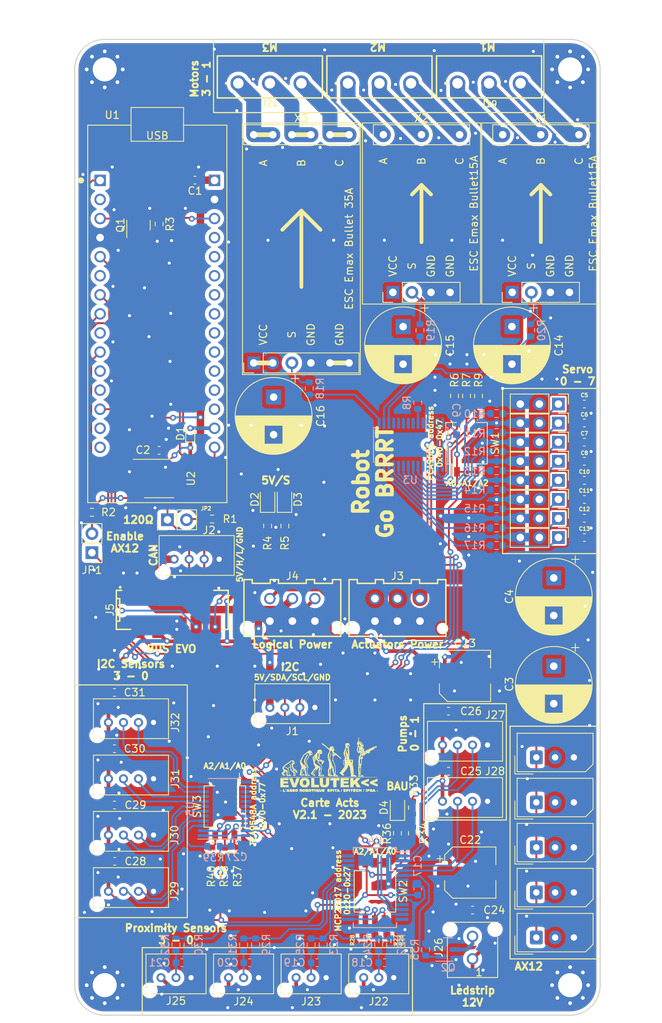
<source format=kicad_pcb>
(kicad_pcb (version 20211014) (generator pcbnew)
  (layers (0 "F.Cu" signal) (31 "B.Cu" signal) (34 "B.Paste" user) (35 "F.Paste" user) (36 "B.SilkS" user "B.Silkscreen") (37 "F.SilkS" user "F.Silkscreen") (38 "B.Mask" user) (39 "F.Mask" user) (44 "Edge.Cuts" user))
  (net 0 "")
  (net 1 "+5P")
  (net 2 "GND")
  (net 3 "+5V")
  (net 4 "+12P")
  (net 5 "VCC")
  (net 6 "+3.3V")
  (net 7 "Net-(C18-Pad2)")
  (net 8 "Net-(C19-Pad2)")
  (net 9 "Net-(C20-Pad2)")
  (net 10 "Net-(C21-Pad2)")
  (net 11 "+12V")
  (net 12 "Net-(D1-Pad2)")
  (net 13 "Net-(D2-Pad1)")
  (net 14 "Net-(D3-Pad1)")
  (net 15 "/LED")
  (net 16 "Net-(D4-Pad1)")
  (net 17 "/MCP23017/A4")
  (net 18 "/SDA")
  (net 19 "/SCL")
  (net 20 "/CANL")
  (net 21 "/CANH")
  (net 22 "/RST")
  (net 23 "/~{AU}")
  (net 24 "/AX12")
  (net 25 "/PCA9685/PWM3")
  (net 26 "/PCA9685/PWM4")
  (net 27 "/PCA9685/PWM5")
  (net 28 "/PCA9685/PWM6")
  (net 29 "/PCA9685/PWM7")
  (net 30 "/PCA9685/PWM8")
  (net 31 "/PCA9685/PWM9")
  (net 32 "/PCA9685/PWM10")
  (net 33 "Net-(J19-Pad1)")
  (net 34 "Net-(J19-Pad2)")
  (net 35 "Net-(J19-Pad3)")
  (net 36 "Net-(J20-Pad1)")
  (net 37 "Net-(J20-Pad2)")
  (net 38 "Net-(J20-Pad3)")
  (net 39 "Net-(J21-Pad1)")
  (net 40 "Net-(J21-Pad2)")
  (net 41 "Net-(J21-Pad3)")
  (net 42 "Net-(J26-Pad2)")
  (net 43 "/MCP23017/B1")
  (net 44 "/MCP23017/B0")
  (net 45 "/MCP23017/B3")
  (net 46 "/MCP23017/B2")
  (net 47 "/TCA9548A/SCL0")
  (net 48 "/TCA9548A/SDA0")
  (net 49 "/TCA9548A/SCL1")
  (net 50 "/TCA9548A/SDA1")
  (net 51 "/TCA9548A/SCL2")
  (net 52 "/TCA9548A/SDA2")
  (net 53 "/TCA9548A/SCL3")
  (net 54 "/TCA9548A/SDA3")
  (net 55 "Net-(JP1-Pad2)")
  (net 56 "Net-(JP2-Pad2)")
  (net 57 "/~{RST}")
  (net 58 "/MCP23017/B4")
  (net 59 "Net-(R6-Pad1)")
  (net 60 "Net-(R7-Pad1)")
  (net 61 "Net-(R8-Pad2)")
  (net 62 "Net-(R9-Pad1)")
  (net 63 "Net-(R10-Pad1)")
  (net 64 "/PCA9685/PWM0")
  (net 65 "Net-(R11-Pad1)")
  (net 66 "/PCA9685/PWM1")
  (net 67 "Net-(R12-Pad1)")
  (net 68 "/PCA9685/PWM2")
  (net 69 "Net-(R13-Pad1)")
  (net 70 "Net-(R14-Pad1)")
  (net 71 "Net-(R15-Pad1)")
  (net 72 "Net-(R16-Pad1)")
  (net 73 "Net-(R17-Pad1)")
  (net 74 "Net-(R18-Pad1)")
  (net 75 "Net-(R19-Pad1)")
  (net 76 "Net-(R20-Pad1)")
  (net 77 "/MCP23017/A0")
  (net 78 "/MCP23017/A1")
  (net 79 "Net-(R26-Pad1)")
  (net 80 "Net-(R27-Pad1)")
  (net 81 "Net-(R28-Pad1)")
  (net 82 "/MCP23017/A2")
  (net 83 "/MCP23017/A3")
  (net 84 "Net-(R37-Pad1)")
  (net 85 "Net-(R38-Pad1)")
  (net 86 "Net-(R39-Pad2)")
  (net 87 "Net-(R40-Pad1)")
  (net 89 "/CANTX")
  (net 94 "/CANRX")
  (net 116 "/MCP23017/B5")
  (net 117 "/MCP23017/B6")
  (net 118 "/MCP23017/B7")
  (net 122 "/MCP23017/A5")
  (net 123 "/MCP23017/A6")
  (net 124 "/MCP23017/A7")
  (footprint "Capacitor_SMD:C_0603_1608Metric" (layer "F.Cu") (at 87.9 81.3)
    (fp_text reference "C11")
    (fp_text value "4.7uF")
  )
  (footprint "ConnectorsEvo:B04B-PASK" (layer "F.Cu") (at 27.5 133.5 180)
    (fp_text reference "J29")
    (fp_text value "Conn_01x04_Male")
  )
  (footprint "LED_SMD:LED_0805_2012Metric" (layer "F.Cu") (at 45.7 81.325 90)
    (fp_text reference "D2")
    (fp_text value "RED")
  )
  (footprint "ConnectorsEvo:66200621122" (layer "F.Cu") (at 63 96 180)
    (fp_text reference "J3")
    (fp_text value "Conn_02x03_Counter_Clockwise")
  )
  (footprint "Capacitor_SMD:C_0603_1608Metric" (layer "F.Cu") (at 87.9 76.2)
    (fp_text reference "C8")
    (fp_text value "4.7uF")
  )
  (footprint "Capacitor_SMD:C_0603_1608Metric" (layer "F.Cu") (at 36.025 38.75 180)
    (fp_text reference "C1")
    (fp_text value "4.7uF")
  )
  (footprint "ConnectorsEvo:B03B-PASK" (layer "F.Cu") (at 33.5 145 180)
    (fp_text reference "J25")
    (fp_text value "Conn_01x03_Male")
  )
  (footprint "ConnectorsEvo:66200221122" (layer "F.Cu") (at 73 141)
    (fp_text reference "J26")
    (fp_text value "Conn_01x02_Male")
  )
  (footprint "ConnectorsEvo:64900311122" (layer "F.Cu") (at 46 25 180)
    (fp_text reference "J21")
    (fp_text value "Conn_01x03_Male")
  )
  (footprint "Resistor_SMD:R_0603_1608Metric" (layer "F.Cu") (at 45.7 84.825 -90)
    (fp_text reference "R4")
    (fp_text value "1k")
  )
  (footprint "Resistor_SMD:R_0603_1608Metric" (layer "F.Cu") (at 38.3 83.9)
    (fp_text reference "R1")
    (fp_text value "120")
  )
  (footprint "ComponentsEvo:ESC_Emax_Bullet_35A" (layer "F.Cu") (at 50.2 47.9 90)
    (fp_text reference "X3")
    (fp_text value "ESC_Emax_Bullet_35A")
  )
  (footprint "Resistor_SMD:R_0603_1608Metric" (layer "F.Cu") (at 40 128.5 -90)
    (fp_text reference "R38")
    (fp_text value "10k")
  )
  (footprint "Capacitor_SMD:C_0603_1608Metric" (layer "F.Cu") (at 87.9 78.74)
    (fp_text reference "C10")
    (fp_text value "4.7uF")
  )
  (footprint "Package_SO:SOIC-8_3.9x4.9mm_P1.27mm" (layer "F.Cu") (at 31.25 78.5)
    (fp_text reference "U2")
    (fp_text value "MCP2551-I-SN")
  )
  (footprint "ConnectorsEvo:B04B-PASK" (layer "F.Cu") (at 72 121.5 180)
    (fp_text reference "J28")
    (fp_text value "Conn_01x04_Male")
  )
  (footprint "ComponentsEvo:MODULE_NUCLEO-F303K8" (layer "F.Cu") (at 31.0075 56.57)
    (fp_text reference "U1")
    (fp_text value "NUCLEO-F303K8")
  )
  (footprint "Connector_PinHeader_2.54mm:PinHeader_1x03_P2.54mm_Vertical" (layer "F.Cu") (at 84.44 76.2 -90)
    (fp_text reference "J14" hide)
    (fp_text value "Conn_01x03_Male")
  )
  (footprint "ConnectorsEvo:B04B-PASK" (layer "F.Cu") (at 49 109 180)
    (fp_text reference "J1")
    (fp_text value "Conn_01x04_Male")
  )
  (footprint "Capacitor_SMD:C_0603_1608Metric" (layer "F.Cu") (at 25.34058 129.5)
    (fp_text reference "C28")
    (fp_text value "100nF")
  )
  (footprint "Connector_PinHeader_2.54mm:PinHeader_1x03_P2.54mm_Vertical" (layer "F.Cu") (at 84.44 81.28 -90)
    (fp_text reference "J16" hide)
    (fp_text value "Conn_01x03_Male")
  )
  (footprint "Capacitor_SMD:C_0603_1608Metric" (layer "F.Cu") (at 25.3 114.5)
    (fp_text reference "C30")
    (fp_text value "100nF")
  )
  (footprint "Connector_PinHeader_2.54mm:PinHeader_1x03_P2.54mm_Vertical" (layer "F.Cu") (at 84.44 83.82 -90)
    (fp_text reference "J17" hide)
    (fp_text value "Conn_01x03_Male")
  )
  (footprint "ComponentsEvo:logo-evo-min" (layer "F.Cu") (at 53.976327 116.5)
    (fp_text reference "G***" hide)
    (fp_text value "LOGO" hide)
  )
  (footprint "Connector_PinHeader_2.54mm:PinHeader_1x03_P2.54mm_Vertical" (layer "F.Cu") (at 84.44 73.66 -90)
    (fp_text reference "J13" hide)
    (fp_text value "Conn_01x03_Male")
  )
  (footprint "Resistor_SMD:R_0603_1608Metric" (layer "F.Cu") (at 48 84.825 -90)
    (fp_text reference "R5")
    (fp_text value "1k")
  )
  (footprint "Button_Switch_SMD:SW_DIP_SPSTx03_Slide_KingTek_DSHP03TS_W7.62mm_P1.27mm" (layer "F.Cu") (at 60 133.5 -90)
    (fp_text reference "SW2")
    (fp_text value "SW_DIP_x03")
  )
  (footprint "Connector_PinHeader_2.54mm:PinHeader_1x02_P2.54mm_Vertical" (layer "F.Cu") (at 22.3 88.375 180)
    (fp_text reference "JP1")
    (fp_text value "Jumper_2_Open")
  )
  (footprint "ConnectorsEvo:B04B-PASK" (layer "F.Cu") (at 72 114 180)
    (fp_text reference "J27")
    (fp_text value "Conn_01x04_Male")
  )
  (footprint "ConnectorsEvo:B03B-PASK" (layer "F.Cu") (at 60.5 145 180)
    (fp_text reference "J22")
    (fp_text value "Conn_01x03_Male")
  )
  (footprint "ConnectorsEvo:64900311122" (layer "F.Cu") (at 75.2 25 180)
    (fp_text reference "J19")
    (fp_text value "Conn_01x03_Male")
  )
  (footprint "Resistor_SMD:R_0603_1608Metric" (layer "F.Cu") (at 60 140.1 -90)
    (fp_text reference "R27")
    (fp_text value "10k")
  )
  (footprint "Resistor_SMD:R_0603_1608Metric" (layer "F.Cu") (at 38.25 128.5 -90)
    (fp_text reference "R40")
    (fp_text value "10k")
  )
  (footprint "ConnectorsEvo:22-03-5035" (layer "F.Cu") (at 81.5 115.65)
    (fp_text reference "J6" hide)
    (fp_text value "Conn_01x03_Male")
  )
  (footprint "Resistor_SMD:R_0603_1608Metric" (layer "F.Cu") (at 31.25 44.6 90)
    (fp_text reference "R3")
    (fp_text value "10k")
  )
  (footprint "ConnectorsEvo:64900311122" (layer "F.Cu") (at 60.6 25 180)
    (fp_text reference "J20" hide)
    (fp_text value "Conn_01x03_Male")
  )
  (footprint "ConnectorsEvo:66200621122" (layer "F.Cu") (at 49 96 180)
    (fp_text reference "J4")
    (fp_text value "Conn_02x03_Counter_Clockwise")
  )
  (footprint "ConnectorsEvo:690367281076" (layer "F.Cu") (at 33 96)
    (fp_text reference "J5")
    (fp_text value "Conn_02x05_Odd_Even")
  )
  (footprint "ConnectorsEvo:B04B-PASK" (layer "F.Cu") (at 27.5 118.5 180)
    (fp_text reference "J31")
    (fp_text value "Conn_01x04_Male")
  )
  (footprint "ConnectorsEvo:22-03-5035" (layer "F.Cu") (at 81.5 133.65)
    (fp_text reference "J9" hide)
    (fp_text value "Conn_01x03_Male")
  )
  (footprint "Resistor_SMD:R_0603_1608Metric" (layer "F.Cu") (at 22.3 83)
    (fp_text reference "R2")
    (fp_text value "10k")
  )
  (footprint "Capacitor_THT:CP_Radial_D10.0mm_P5.00mm" (layer "F.Cu") (at 83.82 91.75 -90)
    (fp_text reference "C4")
    (fp_text value "470uF")
  )
  (footprint "Connector_PinHeader_2.54mm:PinHeader_1x02_P2.54mm_Vertical" (layer "F.Cu") (at 32.36 84 90)
    (fp_text reference "JP2")
    (fp_text value "Jumper_2_Open")
  )
  (footprint "Resistor_SMD:R_0603_1608Metric" (layer "F.Cu") (at 63 125.7625 -90)
    (fp_text reference "R36")
    (fp_text value "1k")
  )
  (footprint "Resistor_SMD:R_0603_1608Metric" (layer "F.Cu") (at 65 122.3625 -90)
    (fp_text reference "R33")
    (fp_text value "330")
  )
  (footprint "ConnectorsEvo:22-03-5035" (layer "F.Cu") (at 81.5 121.65)
    (fp_text reference "J7" hide)
    (fp_text value "Conn_01x03_Male")
  )
  (footprint "Connector_PinHeader_2.54mm:PinHeader_1x03_P2.54mm_Vertical" (layer "F.Cu") (at 84.44 86.36 -90)
    (fp_text reference "J18" hide)
    (fp_text value "Conn_01x03_Male")
  )
  (footprint "Capacitor_SMD:C_0603_1608Metric" (layer "F.Cu") (at 69.8 109.5 180)
    (fp_text reference "C26")
    (fp_text value "4.7uF")
  )
  (footprint "Resistor_SMD:R_0603_1608Metric" (layer "F.Cu") (at 41.75 128.5 -90)
    (fp_text reference "R37")
    (fp_text value "10k")
  )
  (footprint "Capacitor_THT:CP_Radial_D10.0mm_P5.00mm" (layer "F.Cu") (at 46.5 67.661615 -90)
    (fp_text reference "C16")
    (fp_text value "330uF")
  )
  (footprint "Resistor_SMD:R_0603_1608Metric" (layer "F.Cu") (at 72.2 67.5 90)
    (fp_text reference "R7")
    (fp_text value "10k")
  )
  (footprint "Capacitor_SMD:CP_Elec_6.3x7.7" (layer "F.Cu") (at 72 104.8)
    (fp_text reference "C23")
    (fp_text value "100uF")
  )
  (footprint "ConnectorsEvo:B04B-PASK" (layer "F.Cu") (at 27.5 126 180)
    (fp_text reference "J30")
    (fp_text value "Conn_01x04_Male")
  )
  (footprint "Capacitor_SMD:C_0603_1608Metric" (layer "F.Cu") (at 31.25 74.75 180)
    (fp_text reference "C2")
    (fp_text value "100nF")
  )
  (footprint "Capacitor_SMD:C_0603_1608Metric" (layer "F.Cu") (at 87.9 83.8)
    (fp_text reference "C12")
    (fp_text value "4.7uF")
  )
  (footprint "LED_SMD:LED_0805_2012Metric" (layer "F.Cu") (at 47.95 81.325 90)
    (fp_text reference "D3")
    (fp_text value "GREEN")
  )
  (footprint "ConnectorsEvo:B04B-PASK" (layer "F.Cu") (at 27.5 111 180)
    (fp_text reference "J32")
    (fp_text value "Conn_01x04_Male")
  )
  (footprint "MountingHole:MountingHole_3.2mm_M3_Pad_Via" (layer "F.Cu") (at 24 146)
    (fp_text reference "H4" hide)
    (fp_text value "M3")
  )
  (footprint "Capacitor_SMD:C_0603_1608Metric" (layer "F.Cu") (at 25.3 122)
    (fp_text reference "C29")
    (fp_text value "100nF")
  )
  (footprint "Capacitor_THT:CP_Radial_D10.0mm_P5.00mm" (layer "F.Cu") (at 83.82 103.5 -90)
    (fp_text reference "C3")
    (fp_text value "470uF")
  )
  (footprint "MountingHole:MountingHole_3.2mm_M3_Pad_Via" (layer "F.Cu") (at 86 24)
    (fp_text reference "H2" hide)
    (fp_text value "M3")
  )
  (footprint "ConnectorsEvo:B03B-PASK" (layer "F.Cu") (at 51.5 145 180)
    (fp_text reference "J23")
    (fp_text value "Conn_01x03_Male")
  )
  (footprint "Connector_PinHeader_2.54mm:PinHeader_1x03_P2.54mm_Vertical" (layer "F.Cu") (at 84.44 68.58 -90)
    (fp_text reference "J11" hide)
    (fp_text value "Conn_01x03_Male")
  )
  (footprint "Capacitor_SMD:C_0603_1608Metric" (layer "F.Cu") (at 87.9 71.1)
    (fp_text reference "C6")
    (fp_text value "4.7uF")
  )
  (footprint "MountingHole:MountingHole_3.2mm_M3_Pad_Via" (layer "F.Cu") (at 86 146)
    (fp_text reference "H3" hide)
    (fp_text value "M3")
  )
  (footprint "LED_SMD:LED_0805_2012Metric" (layer "F.Cu") (at 63 122.3625 90)
    (fp_text reference "D4")
    (fp_text value "YELLOW")
  )
  (footprint "Resistor_SMD:R_0603_1608Metric" (layer "F.Cu") (at 70.6 67.5 90)
    (fp_text reference "R6")
    (fp_text value "10k")
  )
  (footprint "Resistor_SMD:R_0603_1608Metric" (layer "F.Cu") (at 73.8 67.5 90)
    (fp_text reference "R9")
    (fp_text value "10k")
  )
  (footprint "MountingHole:MountingHole_3.2mm_M3_Pad_Via" (layer "F.Cu") (at 24 24)
    (fp_text reference "H1" hide)
    (fp_text value "M3")
  )
  (footprint "Capacitor_SMD:C_0603_1608Metric" (layer "F.Cu") (at 25.3 107)
    (fp_text reference "C31")
    (fp_text value "100nF")
  )
  (footprint "Capacitor_SMD:C_0603_1608Metric" (layer "F.Cu") (at 73 136 180)
    (fp_text reference "C24")
    (fp_text value "4.7uF")
  )
  (footprint "Capacitor_SMD:C_0603_1608Metric" (layer "F.Cu") (at 87.9 68.58)
    (fp_text reference "C5")
    (fp_text value "4.7uF")
  )
  (footprint "ConnectorsEvo:B03B-PASK" (layer "F.Cu") (at 42.5 145 180)
    (fp_text reference "J24")
    (fp_text value "Conn_01x03_Male")
  )
  (footprint "Capacitor_SMD:C_0603_1608Metric" (layer "F.Cu") (at 69.8 117.5 180)
    (fp_text reference "C25")
    (fp_text value "4.7uF")
  )
  (footprint "ConnectorsEvo:22-03-5035" (layer "F.Cu") (at 81.5 139.65)
    (fp_text reference "J10" hide)
    (fp_text value "Conn_01x03_Male")
  )
  (footprint "Capacitor_THT:CP_Radial_D10.0mm_P5.00mm" (layer "F.Cu") (at 78.25 58.264646 -90)
    (fp_text reference "C14")
    (fp_text value "330uF")
  )
  (footprint "Capacitor_SMD:CP_Elec_6.3x7.7" (layer "F.Cu") (at 72.7 131)
    (fp_text reference "C22")
    (fp_text value "100uF")
  )
  (footprint "ComponentsEvo:ESC_Emax_Bullet_15A" (layer "F.Cu") (at 82.1 43.2 90)
    (fp_text reference "X1")
    (fp_text value "ESC_Emax_Bullet_15A")
  )
  (footprint "Capacitor_SMD:C_0603_1608Metric" (layer "F.Cu") (at 87.9 73.66)
    (fp_text reference "C7")
    (fp_text value "4.7uF")
  )
  (footprint "ConnectorsEvo:22-03-5035" (layer "F.Cu") (at 81.5 127.65)
    (fp_text reference "J8" hide)
    (fp_text value "Conn_01x03_Male")
  )
  (footprint "Connector_PinHeader_2.54mm:PinHeader_1x03_P2.54mm_Vertical" (layer "F.Cu") (at 84.44 78.74 -90)
    (fp_text reference "J15" hide)
    (fp_text value "Conn_01x03_Male")
  )
  (footprint "Capacitor_SMD:C_0603_1608Metric" (layer "F.Cu") (at 87.9 86.36)
    (fp_text reference "C13")
    (fp_text value "4.7uF")
  )
  (footprint "ComponentsEvo:ESC_Emax_Bullet_15A" (layer "F.Cu") (at 66.2 43.2 90)
    (fp_text reference "X2")
    (fp_text value "ESC_Emax_Bullet_15A")
  )
  (footprint "Button_Switch_SMD:SW_DIP_SPSTx03_Slide_KingTek_DSHP03TS_W7.62mm_P1.27mm" (layer "F.Cu") (at 40 122.2 -90)
    (fp_text reference "SW3")
    (fp_text value "SW_DIP_x03")
  )
  (footprint "Resistor_SMD:R_0603_1608Metric" (layer "F.Cu") (at 61.6 140.1 -90)
    (fp_text reference "R26")
    (fp_text value "10k")
  )
  (footprint "Package_TO_SOT_SMD:SOT-23" (layer "F.Cu") (at 28.5 44.75 90)
    (fp_text reference "Q1")
    (fp_text value "Q_NMOS_GSD")
  )
  (footprint "Resistor_SMD:R_0603_1608Metric" (layer "F.Cu") (at 58.4 140.1 -90)
    (fp_text reference "R28")
    (fp_text value "10k")
  )
  (footprint "Connector_PinHeader_2.54mm:PinHeader_1x03_P2.54mm_Vertical" (layer "F.Cu") (at 84.44 71.12 -90)
    (fp_text reference "J12" hide)
    (fp_text value "Conn_01x03_Male")
  )
  (footprint "Diode_SMD:D_SOD-523" (layer "F.Cu") (at 35.4 72.5 90)
    (fp_text reference "D1")
    (fp_text value "D")
  )
  (footprint "Button_Switch_SMD:SW_DIP_SPSTx03_Slide_KingTek_DSHP03TS_W7.62mm_P1.27mm" (layer "F.Cu") (at 72.2 73.8 90)
    (fp_text reference "SW1")
    (fp_text value "SW_DIP_x03")
  )
  (footprint "ConnectorsEvo:B04B-PASK" (layer "F.Cu") (at 36.25 89.25 180)
    (fp_text reference "J2")
    (fp_text value "Conn_01x04_Male")
  )
  (footprint "Resistor_SMD:R_0603_1608Metric" (layer "F.Cu") (at 65 125.7625 -90)
    (fp_text reference "R34")
    (fp_text value "120")
  )
  (footprint "Capacitor_THT:CP_Radial_D10.0mm_P5.00mm" (layer "F.Cu") (at 63.75 58.264646 -90)
    (fp_text reference "C15")
    (fp_text value "330uF")
  )
  (footprint "Resistor_SMD:R_0603_1608Metric" (layer "B.Cu") (at 33.5 140.6 -90)
    (fp_text reference "R32")
    (fp_text value "330")
  )
  (footprint "Resistor_SMD:R_0603_1608Metric" (layer "B.Cu") (at 42.5 140.6 -90)
    (fp_text reference "R31")
    (fp_text value "330")
  )
  (footprint "Resistor_SMD:R_0603_1608Metric" (layer "B.Cu") (at 76.2 69.85)
    (fp_text reference "R10")
    (fp_text value "220")
  )
  (footprint "Resistor_SMD:R_0603_1608Metric" (layer "B.Cu") (at 38.5 127.5 180)
    (fp_text reference "R39")
    (fp_text value "10k")
  )
  (footprint "Resistor_SMD:R_0603_1608Metric" (layer "B.Cu") (at 62.1 140.6 90)
    (fp_text reference "R22")
    (fp_text value "120")
  )
  (footprint "Resistor_SMD:R_0603_1608Metric" (layer "B.Cu") (at 76.2 72.39)
    (fp_text reference "R11")
    (fp_text value "220")
  )
  (footprint "Resistor_SMD:R_0603_1608Metric" (layer "B.Cu") (at 76.2 82.55)
    (fp_text reference "R15")
    (fp_text value "220")
  )
  (footprint "Resistor_SMD:R_0603_1608Metric" (layer "B.Cu") (at 76.2 87.43)
    (fp_text reference "R17")
    (fp_text value "220")
  )
  (footprint "Capacitor_SMD:C_0603_1608Metric" (layer "B.Cu") (at 43.3 143 180)
    (fp_text reference "C20")
    (fp_text value "100nF")
  )
  (footprint "Resistor_SMD:R_0603_1608Metric" (layer "B.Cu") (at 76.2 80.01)
    (fp_text reference "R14")
    (fp_text value "220")
  )
  (footprint "Resistor_SMD:R_0603_1608Metric" (layer "B.Cu") (at 53.1 140.6 90)
    (fp_text reference "R23")
    (fp_text value "120")
  )
  (footprint "Resistor_SMD:R_0603_1608Metric" (layer "B.Cu") (at 44.1 140.6 90)
    (fp_text reference "R29")
    (fp_text value "120")
  )
  (footprint "Package_SO:SSOP-28_5.3x10.2mm_P0.65mm" (layer "B.Cu") (at 60 133 180)
    (fp_text reference "U4")
    (fp_text value "MCP23017_SS")
  )
  (footprint "Resistor_SMD:R_0603_1608Metric" (layer "B.Cu") (at 51.5 140.6 -90)
    (fp_text reference "R25")
    (fp_text value "330")
  )
  (footprint "Resistor_SMD:R_0603_1608Metric" (layer "B.Cu") (at 76.2 85.09)
    (fp_text reference "R16")
    (fp_text value "220")
  )
  (footprint "Capacitor_SMD:C_0603_1608Metric" (layer "B.Cu") (at 41.575 127.5)
    (fp_text reference "C27")
    (fp_text value "100nF")
  )
  (footprint "Resistor_SMD:R_0603_1608Metric" (layer "B.Cu") (at 66 58.75 90)
    (fp_text reference "R19")
    (fp_text value "220")
  )
  (footprint "Resistor_SMD:R_0603_1608Metric" (layer "B.Cu") (at 80.75 58.75 90)
    (fp_text reference "R20")
    (fp_text value "220")
  )
  (footprint "Resistor_SMD:R_0603_1608Metric" (layer "B.Cu") (at 76.2 74.93)
    (fp_text reference "R12")
    (fp_text value "220")
  )
  (footprint "Capacitor_SMD:C_0603_1608Metric" (layer "B.Cu") (at 52.275 143 180)
    (fp_text reference "C19")
    (fp_text value "100nF")
  )
  (footprint "Capacitor_SMD:C_0603_1608Metric" (layer "B.Cu") (at 61.275 143 180)
    (fp_text reference "C18")
    (fp_text value "100nF")
  )
  (footprint "Resistor_SMD:R_0603_1608Metric" (layer "B.Cu") (at 76.2 77.47)
    (fp_text reference "R13")
    (fp_text value "220")
  )
  (footprint "Capacitor_SMD:C_0603_1608Metric" (layer "B.Cu") (at 34.275 143 180)
    (fp_text reference "C21")
    (fp_text value "100nF")
  )
  (footprint "Capacitor_SMD:C_0603_1608Metric" (layer "B.Cu") (at 70.866 71.882 -90)
    (fp_text reference "C9")
    (fp_text value "10uF")
  )
  (footprint "Package_SO:TSSOP-28_4.4x9.7mm_P0.65mm" (layer "B.Cu") (at 64.77 74 90)
    (fp_text reference "U3")
    (fp_text value "PCA9685PW")
  )
  (footprint "Resistor_SMD:R_0603_1608Metric" (layer "B.Cu") (at 51.25 66.5 90)
    (fp_text reference "R18")
    (fp_text value "220")
  )
  (footprint "Capacitor_SMD:C_0603_1608Metric" (layer "B.Cu") (at 65.7 133.2 -90)
    (fp_text reference "C17")
    (fp_text value "100nF")
  )
  (footprint "Resistor_SMD:R_0603_1608Metric" (layer "B.Cu") (at 35.1 140.6 90)
    (fp_text reference "R30")
    (fp_text value "120")
  )
  (footprint "Package_TO_SOT_SMD:SOT-23" (layer "B.Cu") (at 69.75 141.25)
    (fp_text reference "Q2")
    (fp_text value "Q_NMOS_GSD")
  )
  (footprint "Resistor_SMD:R_0603_1608Metric" (layer "B.Cu") (at 60.5 140.6 -90)
    (fp_text reference "R24")
    (fp_text value "330")
  )
  (footprint "Resistor_SMD:R_0603_1608Metric" (layer "B.Cu") (at 65.7 68.4 -90)
    (fp_text reference "R8")
    (fp_text value "10k")
  )
  (footprint "Package_SO:TSSOP-24_4.4x7.8mm_P0.65mm" (layer "B.Cu") (at 40 122.5)
    (fp_text reference "U5")
    (fp_text value "TCA9548APWR")
  )
  (footprint "Resistor_SMD:R_0603_1608Metric" (layer "B.Cu") (at 66.75 141.25 -90)
    (fp_text reference "R35")
    (fp_text value "10k")
  )
  (gr_rect (start 90 142.5) (end 78 111.5) (layer "F.SilkS") (width 0.15) (fill none))
  (gr_rect (start 82.5 20) (end 38.5 29.75) (layer "F.SilkS") (width 0.15) (fill none))
  (gr_rect (start 90 66.5) (end 77 88.5) (layer "F.SilkS") (width 0.15) (fill none))
  (gr_rect (start 77.5 108.5) (end 66.5 124) (layer "F.SilkS") (width 0.15) (fill none))
  (gr_rect (start 20 106) (end 35 137) (layer "F.SilkS") (width 0.15) (fill none))
  (gr_rect (start 29 150) (end 65 141) (layer "F.SilkS") (width 0.15) (fill none))
  (gr_arc (start 20 24) (mid 21.171573 21.171573) (end 24 20) (layer "Edge.Cuts") (width 0.15))
  (gr_arc (start 90 146) (mid 88.828427 148.828427) (end 86 150) (layer "Edge.Cuts") (width 0.15))
  (gr_line (start 24 150) (end 86 150) (layer "Edge.Cuts") (width 0.15))
  (gr_line (start 90 146) (end 90 24) (layer "Edge.Cuts") (width 0.15))
  (gr_arc (start 86 20) (mid 88.828427 21.171573) (end 90 24) (layer "Edge.Cuts") (width 0.15))
  (gr_line (start 86 20) (end 24 20) (layer "Edge.Cuts") (width 0.15))
  (gr_arc (start 24 150) (mid 21.171573 148.828427) (end 20 146) (layer "Edge.Cuts") (width 0.15))
  (gr_line (start 20 24) (end 20 146) (layer "Edge.Cuts") (width 0.15))
  (gr_text "PCA9685 address\n0x40-0x47" (at 68 73.8 90) (layer "F.SilkS") (effects (font (size 0.75 0.75) (thickness 0.1875))))
  (gr_text "BAU" (at 63 119.5) (layer "F.SilkS") (effects (font (size 1 1) (thickness 0.25))))
  (gr_text "M1" (at 75 21 180) (layer "F.SilkS") (effects (font (size 1 1) (thickness 0.25))))
  (gr_text "120Ω" (at 28.5 84) (layer "F.SilkS") (effects (font (size 1 1) (thickness 0.25))))
  (gr_text "5V/S" (at 46.8 78.75) (layer "F.SilkS") (effects (font (size 1 1) (thickness 0.25))))
  (gr_text "Carte Acts\nV2.1 - 2023" (at 54 122.5) (layer "F.SilkS") (effects (font (size 1 1) (thickness 0.25))))
  (gr_text "Enable\nAX12" (at 26.7 87) (layer "F.SilkS") (effects (font (size 1 1) (thickness 0.25))))
  (gr_text "TCA9548A address\n0x70-0x77" (at 44.4 122.2 90) (layer "F.SilkS") (effects (font (size 0.75 0.75) (thickness 0.1875))))
  (gr_text "5V/H/L/GND" (at 42 88.6 90) (layer "F.SilkS") (effects (font (size 0.75 0.75) (thickness 0.1875))))
  (gr_text "Logical Power" (at 49 100.6) (layer "F.SilkS") (effects (font (size 1 1) (thickness 0.25))))
  (gr_text "A2/A1/A0" (at 60 128.2) (layer "F.SilkS") (effects (font (size 0.75 0.75) (thickness 0.1875))))
  (gr_text "5V/SDA/SCL/GND" (at 49 105) (layer "F.SilkS") (effects (font (size 0.75 0.75) (thickness 0.1875))))
  (gr_text "M3" (at 46 21 180) (layer "F.SilkS") (effects (font (size 1 1) (thickness 0.25))))
  (gr_text "AX12" (at 80.5 143.5) (layer "F.SilkS") (effects (font (size 1 1) (thickness 0.25))))
  (gr_text "CAN" (at 30.5 88.7 90) (layer "F.SilkS") (effects (font (size 1 1) (thickness 0.25))))
  (gr_text "Proximity Sensors\n3 - 0" (at 33.5 139.2) (layer "F.SilkS") (effects (font (size 1 1) (thickness 0.25))))
  (gr_text "Ledstrip\n12V" (at 73 147.5) (layer "F.SilkS") (effects (font (size 1 1) (thickness 0.25))))
  (gr_text "Robot\nGo BRRRT" (at 59.75 79 90) (layer "F.SilkS") (effects (font (size 2 2) (thickness 0.5))))
  (gr_text "I2C" (at 48.7 103.6) (layer "F.SilkS") (effects (font (size 1 1) (thickness 0.25))))
  (gr_text "I2C Sensors\n3 - 0" (at 27.5 104) (layer "F.SilkS") (effects (font (size 1 1) (thickness 0.25))))
  (gr_text "A0/A1/A2" (at 72.3 79.1) (layer "F.SilkS") (effects (font (size 0.75 0.75) (thickness 0.1875))))
  (gr_text "Servo\n0 - 7\n" (at 87 64.75) (layer "F.SilkS") (effects (font (size 1 1) (thickness 0.25))))
  (gr_text "MCP23017 address\n0x20-0x27" (at 55.7 133.4 90) (layer "F.SilkS") (effects (font (size 0.75 0.75) (thickness 0.1875))))
  (gr_text "M2" (at 60.4 21 180) (layer "F.SilkS") (effects (font (size 1 1) (thickness 0.25))))
  (gr_text "BUS EVO" (at 32.9 101.2) (layer "F.SilkS") (effects (font (size 1 1) (thickness 0.25))))
  (gr_text "Motors\n3 - 1" (at 36.75 25.25 90) (layer "F.SilkS") (effects (font (size 1 1) (thickness 0.25))))
  (gr_text "Pumps\n0 - 1" (at 64.5 112.5 90) (layer "F.SilkS") (effects (font (size 1 1) (thickness 0.25))))
  (gr_text "A2/A1/A0" (at 40 116.8) (layer "F.SilkS") (effects (font (size 0.75 0.75) (thickness 0.1875))))
  (gr_text "Actuators Power" (at 63 100.6) (layer "F.SilkS") (effects (font (size 1 1) (thickness 0.25))))
  (segment (start 66.887677 91.612323) (end 83.682323 91.612323) (width 2) (layer "F.Cu") (net 1))
  (segment (start 83.682323 91.612323) (end 83.82 91.75) (width 2) (layer "F.Cu") (net 1))
  (segment (start 66 94.5) (end 66 92.5) (width 2) (layer "F.Cu") (net 1))
  (segment (start 66 92.5) (end 66.887677 91.612323) (width 2) (layer "F.Cu") (net 1))
  (segment (start 29.5 71) (end 30.3 70.2) (width 0.25) (layer "F.Cu") (net 2))
  (segment (start 28.775 77.865) (end 29.235 77.865) (width 0.25) (layer "F.Cu") (net 2))
  (segment (start 31.8 78.7) (end 32.1 78.4) (width 0.25) (layer "F.Cu") (net 2))
  (segment (start 29.5 75.075) (end 29.5 73.9) (width 0.25) (layer "F.Cu") (net 2))
  (segment (start 29.5 73.9) (end 29.5 71) (width 0.25) (layer "F.Cu") (net 2))
  (segment (start 82.648833 31.375) (end 82.375 31.375) (width 0.25) (layer "F.Cu") (net 2))
  (segment (start 84 33.7) (end 84 32.726167) (width 0.25) (layer "F.Cu") (net 2))
  (segment (start 73.1 25.7) (end 73.1 26.85) (width 0.25) (layer "F.Cu") (net 2))
  (segment (start 32.1 78.4) (end 32.1 77) (width 0.25) (layer "F.Cu") (net 2))
  (segment (start 54.25 28) (end 54.25 26.75) (width 0.25) (layer "F.Cu") (net 2))
  (segment (start 58.75 32.5) (end 54.25 28) (width 0.25) (layer "F.Cu") (net 2))
  (segment (start 30.7 82.4) (end 31.8 81.3) (width 0.25) (layer "F.Cu") (net 2))
  (segment (start 77.4 26.4) (end 77.4 25.6) (width 0.25) (layer "F.Cu") (net 2))
  (segment (start 73.1 26.85) (end 79 32.75) (width 0.25) (layer "F.Cu") (net 2))
  (segment (start 58.75 33.5) (end 58.75 32.5) (width 0.25) (layer "F.Cu") (net 2))
  (segment (start 31.8 81.3) (end 31.8 78.7) (width 0.25) (layer "F.Cu") (net 2))
  (segment (start 30.075 75.65) (end 29.5 75.075) (width 0.25) (layer "F.Cu") (net 2))
  (segment (start 30.075 77.025) (end 30.075 75.65) (width 0.25) (layer "F.Cu") (net 2))
  (segment (start 79 32.75) (end 79 33.1) (width 0.25) (layer "F.Cu") (net 2))
  (segment (start 29.235 77.865) (end 30.075 77.025) (width 0.25) (layer "F.Cu") (net 2))
  (segment (start 82.375 31.375) (end 77.4 26.4) (width 0.25) (layer "F.Cu") (net 2))
  (segment (start 84 32.726167) (end 82.648833 31.375) (width 0.25) (layer "F.Cu") (net 2))
  (via (at 72.25 62) (size 0.8) (drill 0.4) (layers "F.Cu" "B.Cu") (net 2))
  (via (at 80.2 136.8) (size 0.8) (drill 0.4) (layers "F.Cu" "B.Cu") (net 2))
  (via (at 30.3 70.2) (size 0.8) (drill 0.4) (layers "F.Cu" "B.Cu") (net 2))
  (via (at 62.75 26) (size 0.8) (drill 0.4) (layers "F.Cu" "B.Cu") (net 2))
  (via (at 31.8 122.7) (size 0.8) (drill 0.4) (layers "F.Cu" "B.Cu") (net 2))
  (via (at 25.6 112.7) (size 0.8) (drill 0.4) (layers "F.Cu" "B.Cu") (net 2))
  (via (at 37.8 112.9) (size 0.8) (drill 0.4) (layers "F.Cu" "B.Cu") (net 2))
  (via (at 73 148.6) (size 0.8) (drill 0.4) (layers "F.Cu" "B.Cu") (net 2))
  (via (at 51.25 113.5) (size 0.8) (drill 0.4) (layers "F.Cu" "B.Cu") (net 2))
  (via (at 56.8 141.2) (size 0.8) (drill 0.4) (layers "F.Cu" "B.Cu") (net 2))
  (via (at 42.2 77.9) (size 0.8) (drill 0.4) (layers "F.Cu" "B.Cu") (net 2))
  (via (at 68 68.75) (size 0.8) (drill 0.4) (layers "F.Cu" "B.Cu") (net 2))
  (via (at 64.2 141.4) (size 0.8) (drill 0.4) (layers "F.Cu" "B.Cu") (net 2))
  (via (at 25.8 109) (size 0.8) (drill 0.4) (layers "F.Cu" "B.Cu") (net 2))
  (via (at 40.1 75.7) (size 0.8) (drill 0.4) (layers "F.Cu" "B.Cu") (net 2))
  (via (at 36.5 37) (size 0.8) (drill 0.4) (layers "F.Cu" "B.Cu") (net 2))
  (via (at 88.6 111.4) (size 0.8) (drill 0.4) (layers "F.Cu" "B.Cu") (net 2))
  (via (at 64.75 108) (size 0.8) (drill 0.4) (layers "F.Cu" "B.Cu") (net 2))
  (via (at 34.1 90.8) (size 0.8) (drill 0.4) (layers "F.Cu" "B.Cu") (net 2))
  (via (at 32.6 49.8) (size 0.8) (drill 0.4) (layers "F.Cu" "B.Cu") (net 2))
  (via (at 71.5 103) (size 0.8) (drill 0.4) (layers "F.Cu" "B.Cu") (net 2))
  (via (at 88.8 69.8) (size 0.8) (drill 0.4) (layers "F.Cu" "B.Cu") (net 2))
  (via (at 53.3 21.4) (size 0.8) (drill 0.4) (layers "F.Cu" "B.Cu") (net 2))
  (via (at 43.8 25.3) (size 0.8) (drill 0.4) (layers "F.Cu" "B.Cu") (net 2))
  (via (at 77 66.5) (size 0.8) (drill 0.4) (layers "F.Cu" "B.Cu") (net 2))
  (via (at 28.3 91.1) (size 0.8) (drill 0.4) (layers "F.Cu" "B.Cu") (net 2))
  (via (at 31 46.9) (size 0.8) (drill 0.4) (layers "F.Cu" "B.Cu") (net 2))
  (via (at 39.2 85.6) (size 0.8) (drill 0.4) (layers "F.Cu" "B.Cu") (net 2))
  (via (at 88.6 105.4) (size 0.8) (drill 0.4) (layers "F.Cu" "B.Cu") (net 2))
  (via (at 72.5 88.7) (size 0.8) (drill 0.4) (layers "F.Cu" "B.Cu") (net 2))
  (via (at 52.7 34.4) (size 0.8) (drill 0.4) (layers "F.Cu" "B.Cu") (net 2))
  (via (at 70 63.25) (size 0.8) (drill 0.4) (layers "F.Cu" "B.Cu") (net 2))
  (via (at 73.75 79.75) (size 0.8) (drill 0.4) (layers "F.Cu" "B.Cu") (net 2))
  (via (at 89 91) (size 0.8) (drill 0.4) (layers "F.Cu" "B.Cu") (net 2))
  (via (at 31.9 143.1) (size 0.8) (drill 0.4) (layers "F.Cu" "B.Cu") (net 2))
  (via (at 67.6 143.4) (size 0.8) (drill 0.4) (layers "F.Cu" "B.Cu") (net 2))
  (via (at 74.2 125.6) (size 0.8) (drill 0.4) (layers "F.Cu" "B.Cu") (net 2))
  (via (at 74.3 73.8) (size 0.8) (drill 0.4) (layers "F.Cu" "B.Cu") (net 2))
  (via (at 88.4 100) (size 0.8) (drill 0.4) (layers "F.Cu" "B.Cu") (net 2))
  (via (at 27.3 72) (size 0.8) (drill 0.4) (layers "F.Cu" "B.Cu") (net 2))
  (via (at 68.8 26.8) (size 0.8) (drill 0.4) (layers "F.Cu" "B.Cu") (net 2))
  (via (at 23.1 123.5) (size 0.8) (drill 0.4) (layers "F.Cu" "B.Cu") (net 2))
  (via (at 71.2 139.8) (size 0.8) (drill 0.4) (layers "F.Cu" "B.Cu") (net 2))
  (via (at 53.3 91.9) (size 0.8) (drill 0.4) (layers "F.Cu" "B.Cu") (net 2))
  (via (at 49 149) (size 0.8) (drill 0.4) (layers "F.Cu" "B.Cu") (net 2))
  (via (at 32.1 77) (size 0.8) (drill 0.4) (layers "F.Cu" "B.Cu") (net 2))
  (via (at 68 65) (size 0.8) (drill 0.4) (layers "F.Cu" "B.Cu") (net 2))
  (via (at 59 104.5) (size 0.8) (drill 0.4) (layers "F.Cu" "B.Cu") (net 2))
  (via (at 25.8 131.6) (size 0.8) (drill 0.4) (layers "F.Cu" "B.Cu") (net 2))
  (via (at 35.5 118.2) (size 0.8) (drill 0.4) (layers "F.Cu" "B.Cu") (net 2))
  (via (at 88.8 85.1) (size 0.8) (drill 0.4) (layers "F.Cu" "B.Cu") (net 2))
  (via (at 47.25 124.5) (size 0.8) (drill 0.4) (layers "F.Cu" "B.Cu") (net 2))
  (via (at 23.1 131) (size 0.8) (drill 0.4) (layers "F.Cu" "B.Cu") (net 2))
  (via (at 44.5 114) (size 0.8) (drill 0.4) (layers "F.Cu" "B.Cu") (net 2))
  (via (at 46.8 85) (size 0.8) (drill 0.4) (layers "F.Cu" "B.Cu") (net 2))
  (via (at 56.6 138.4) (size 0.8) (drill 0.4) (layers "F.Cu" "B.Cu") (net 2))
  (via (at 76.6 106.8) (size 0.8) (drill 0.4) (layers "F.Cu" "B.Cu") (net 2))
  (via (at 40.5 71.4) (size 0.8) (drill 0.4) (layers "F.Cu" "B.Cu") (net 2))
  (via (at 26.8 82.4) (size 0.8) (drill 0.4) (layers "F.Cu" "B.Cu") (net 2))
  (via (at 88.8 74.9) (size 0.8) (drill 0.4) (layers "F.Cu" "B.Cu") (net 2))
  (via (at 72.5 83.75) (size 0.8) (drill 0.4) (layers "F.Cu" "B.Cu") (net 2))
  (via (at 50.5 104.5) (size 0.8) (drill 0.4) (layers "F.Cu" "B.Cu") (net 2))
  (via (at 51.7 133.7) (size 0.8) (drill 0.4) (layers "F.Cu" "B.Cu") (net 2))
  (via (at 70.6 106.8) (size 0.8) (drill 0.4) (layers "F.Cu" "B.Cu") (net 2))
  (via (at 72.4 132.8) (size 0.8) (drill 0.4) (layers "F.Cu" "B.Cu") (net 2))
  (via (at 24.9 65.5) (size 0.8) (drill 0.4) (layers "F.Cu" "B.Cu") (net 2))
  (via (at 43.75 82.75) (size 0.8) (drill 0.4) (layers "F.Cu" "B.Cu") (net 2))
  (via (at 73.4 129.5) (size 0.8) (drill 0.4) (layers "F.Cu" "B.Cu") (net 2))
  (via (at 46.6 92.1) (size 0.8) (drill 0.4) (layers "F.Cu" "B.Cu") (net 2))
  (via (at 68.75 83.5) (size 0.8) (drill 0.4) (layers "F.Cu" "B.Cu") (net 2))
  (via (at 26.2 116.3) (size 0.8) (drill 0.4) (layers "F.Cu" "B.Cu") (net 2))
  (via (at 31.6 147.2) (size 0.8) (drill 0.4) (layers "F.Cu" "B.Cu") (net 2))
  (via (at 51.8 99.3) (size 0.8) (drill 0.4) (layers "F.Cu" "B.Cu") (net 2))
  (via (at 32.2 73.3) (size 0.8) (drill 0.4) (layers "F.Cu" "B.Cu") (net 2))
  (via (at 25.1 60.3) (size 0.8) (drill 0.4) (layers "F.Cu" "B.Cu") (net 2))
  (via (at 58.8 142.2) (size 0.8) (drill 0.4) (layers "F.Cu" "B.Cu") (net 2))
  (via (at 72.25 63.25) (size 0.8) (drill 0.4) (layers "F.Cu" "B.Cu") (net 2))
  (via (at 41.6 29.5) (size 0.8) (drill 0.4) (layers "F.Cu" "B.Cu") (net 2))
  (via (at 35 115.7) (size 0.8) (drill 0.4) (layers "F.Cu" "B.Cu") (net 2))
  (via (at 68.4 132.8) (size 0.8) (drill 0.4) (layers "F.Cu" "B.Cu") (net 2))
  (via (at 54.4 127.7) (size 0.8) (drill 0.4) (layers "F.Cu" "B.Cu") (net 2))
  (via (at 68.7 87.2) (size 0.8) (drill 0.4) (layers "F.Cu" "B.Cu") (net 2))
  (via (at 45.75 46.75) (size 0.8) (drill 0.4) (layers "F.Cu" "B.Cu") (net 2))
  (via (at 74.5 62) (size 0.8) (drill 0.4) (layers "F.Cu" "B.Cu") (net 2))
  (via (at 38 130.5) (size 0.8) (drill 0.4) (layers "F.Cu" "B.Cu") (net 2))
  (via (at 25.8 105) (size 0.8) (drill 0.4) (layers "F.Cu" "B.Cu") (net 2))
  (via (at 40.5 47) (size 0.8) (drill 0.4) (layers "F.Cu" "B.Cu") (net 2))
  (via (at 49.8 143.2) (size 0.8) (drill 0.4) (layers "F.Cu" "B.Cu") (net 2))
  (via (at 40.6 136.1) (size 0.8) (drill 0.4) (layers "F.Cu" "B.Cu") (net 2))
  (via (at 33 103.5) (size 0.8) (drill 0.4) (layers "F.Cu" "B.Cu") (net 2))
  (via (at 68.5 33.1) (size 0.8) (drill 0.4) (layers "F.Cu" "B.Cu") (net 2))
  (via (at 88.8 80) (size 0.8) (drill 0.4) (layers "F.Cu" "B.Cu") (net 2))
  (via (at 39 120.3) (size 0.8) (drill 0.4) (layers "F.Cu" "B.Cu") (net 2))
  (via (at 79.25 89.5) (size 0.8) (drill 0.4) (layers "F.Cu" "B.Cu") (net 2))
  (via (at 40.1 121.6) (size 0.8) (drill 0.4) (layers "F.Cu" "B.Cu") (net 2))
  (via (at 64 138.6) (size 0.8) (drill 0.4) (layers "F.Cu" "B.Cu") (net 2))
  (via (at 25 37) (size 0.8) (drill 0.4) (layers "F.Cu" "B.Cu") (net 2))
  (via (at 68.1 62) (size 0.8) (drill 0.4) (layers "F.Cu" "B.Cu") (net 2))
  (via (at 53.3 71.5) (size 0.8) (drill 0.4) (layers "F.Cu" "B.Cu") (net 2))
  (via (at 49.5 83.3) (size 0.8) (drill 0.4) (layers "F.Cu" "B.Cu") (net 2))
  (via (at 44.4 121.2) (size 0.8) (drill 0.4) (layers "F.Cu" "B.Cu") (net 2))
  (via (at 47.7 34.4) (size 0.8) (drill 0.4) (layers "F.Cu" "B.Cu") (net 2))
  (via (at 58.5 26.75) (size 0.8) (drill 0.4) (layers "F.Cu" "B.Cu") (net 2))
  (via (at 38.6 21.3) (size 0.8) (drill 0.4) (layers "F.Cu" "B.Cu") (net 2))
  (via (at 70.8 112) (size 0.8) (drill 0.4) (layers "F.Cu" "B.Cu") (net 2))
  (via (at 81.1 21.6) (size 0.8) (drill 0.4) (layers "F.Cu" "B.Cu") (net 2))
  (via (at 38 136) (size 0.8) (drill 0.4) (layers "F.Cu" "B.Cu") (net 2))
  (via (at 41.8 116.7) (size 0.8) (drill 0.4) (layers "F.Cu" "B.Cu") (net 2))
  (via (at 23.2 103.9) (size 0.8) (drill 0.4) (layers "F.Cu" "B.Cu") (net 2))
  (via (at 67.2 138.8) (size 0.8) (drill 0.4) (layers "F.Cu" "B.Cu") (net 2))
  (via (at 32.5 71.8) (size 0.8) (drill 0.4) (layers "F.Cu" "B.Cu") (net 2))
  (via (at 46.25 111.75) (size 0.8) (drill 0.4) (layers "F.Cu" "B.Cu") (net 2))
  (via (at 39 103.5) (size 0.8) (drill 0.4) (layers "F.Cu" "B.Cu") (net 2))
  (via (at 39.1 123.3) (size 0.8) (drill 0.4) (layers "F.Cu" "B.Cu") (net 2))
  (via (at 27.3 56.8) (size 0.8) (drill 0.4) (layers "F.Cu" "B.Cu") (net 2))
  (via (at 79 33.1) (size 0.8) (drill 0.4) (layers "F.Cu" "B.Cu") (net 2))
  (via (at 76 140.4) (size 0.8) (drill 0.4) (layers "F.Cu" "B.Cu") (net 2))
  (via (at 47.1 77.3) (size 0.8) (drill 0.4) (layers "F.Cu" "B.Cu") (net 2))
  (via (at 80.5 61.5) (size 0.8) (drill 0.4) (layers "F.Cu" "B.Cu") (net 2))
  (via (at 48.9 127.8) (size 0.8) (drill 0.4) (layers "F.Cu" "B.Cu") (net 2))
  (via (at 30.6 87.8) (size 0.8) (drill 0.4) (layers "F.Cu" "B.Cu") (net 2))
  (via (at 76.2 71.1) (size 0.8) (drill 0.4) (layers "F.Cu" "B.Cu") (net 2))
  (via (at 25.1 52.9) (size 0.8) (drill 0.4) (layers "F.Cu" "B.Cu") (net 2))
  (via (at 32.9 46.8) (size 0.8) (drill 0.4) (layers "F.Cu" "B.Cu") (net 2))
  (via (at 33.2 108.4) (size 0.8) (drill 0.4) (layers "F.Cu" "B.Cu") (net 2))
  (via (at 39.2 93.1) (size 0.8) (drill 0.4) (layers "F.Cu" "B.Cu") (net 2))
  (via (at 73.4 32.5) (size 0.8) (drill 0.4) (layers "F.Cu" "B.Cu") (net 2))
  (via (at 33.6 97.5) (size 0.8) (drill 0.4) (layers "F.Cu" "B.Cu") (net 2))
  (via (at 64.75 112.5) (size 0.8) (drill 0.4) (layers "F.Cu" "B.Cu") (net 2))
  (via (at 34 87.6) (size 0.8) (drill 0.4) (layers "F.Cu" "B.Cu") (net 2))
  (via (at 70.8 135.2) (size 0.8) (drill 0.4) (layers "F.Cu" "B.Cu") (net 2))
  (via (at 29.3 53.1) (size 0.8) (drill 0.4) (layers "F.Cu" "B.Cu") (net 2))
  (via (at 75.5 65) (size 0.8) (drill 0.4) (layers "F.Cu" "B.Cu") (net 2))
  (via (at 48.1 25.2) (size 0.8) (drill 0.4) (layers "F.Cu" "B.Cu") (net 2))
  (via (at 22.6 90.7) (size 0.8) (drill 0.4) (layers "F.Cu" "B.Cu") (net 2))
  (via (at 60.8 99.4) (size 0.8) (drill 0.4) (layers "F.Cu" "B.Cu") (net 2))
  (via (at 41.8 146.6) (size 0.8) (drill 0.4) (layers "F.Cu" "B.Cu") (net 2))
  (via (at 43.8 87.5) (size 0.8) (drill 0.4) (layers "F.Cu" "B.Cu") (net 2))
  (via (at 23.1 108.5) (size 0.8) (drill 0.4) (layers "F.Cu" "B.Cu") (net 2))
  (via (at 23.1 116) (size 0.8) (drill 0.4) (layers "F.Cu" "B.Cu") (net 2))
  (via (at 32.8 56.5) (size 0.8) (drill 0.4) (layers "F.Cu" "B.Cu") (net 2))
  (via (at 26.5 91.1) (size 0.8) (drill 0.4) (layers "F.Cu" "B.Cu") (net 2))
  (via (at 75 137) (size 0.8) (drill 0.4) (layers "F.Cu" "B.Cu") (net 2))
  (via (at 80.3 118.5) (size 0.8) (drill 0.4) (layers "F.Cu" "B.Cu") (net 2))
  (via (at 56 97.2) (size 0.8) (drill 0.4) (layers "F.Cu" "B.Cu") (net 2))
  (via (at 88.4 34.3) (size 0.8) (drill 0.4) (layers "F.Cu" "B.Cu") (net 2))
  (via (at 22.8 97) (size 0.8) (drill 0.4) (layers "F.Cu" "B.Cu") (net 2))
  (via (at 25.9 127.9) (size 0.8) (drill 0.4) (layers "F.Cu" "B.Cu") (net 2))
  (via (at 44.4 118.8) (size 0.8) (drill 0.4) (layers "F.Cu" "B.Cu") (net 2))
  (via (at 87 30.7) (size 0.8) (drill 0.4) (layers "F.Cu" "B.Cu") (net 2))
  (via (at 40.8 143.2) (size 0.8) (drill 0.4) (layers "F.Cu" "B.Cu") (net 2))
  (via (at 29.9 59.6) (size 0.8) (drill 0.4) (layers "F.Cu" "B.Cu") (net 2))
  (via (at 27.3 138.4) (size 0.8) (drill 0.4) (layers "F.Cu" "B.Cu") (net 2))
  (via (at 47.5 98.8) (size 0.8) (drill 0.4) (layers "F.Cu" "B.Cu") (net 2))
  (via (at 67.2 128.8) (size 0.8) (drill 0.4) (layers "F.Cu" "B.Cu") (net 2))
  (via (at 31.4 129.2) (size 0.8) (drill 0.4) (layers "F.Cu" "B.Cu") (net 2))
  (via (at 70.01 61.99) (size 0.8) (drill 0.4) (layers "F.Cu" "B.Cu") (net 2))
  (via (at 70.8 142.6) (size 0.8) (drill 0.4) (layers "F.Cu" "B.Cu") (net 2))
  (via (at 60 108) (size 0.8) (drill 0.4) (layers "F.Cu" "B.Cu") (net 2))
  (via (at 25.8 48.1) (size 0.8) (drill 0.4) (layers "F.Cu" "B.Cu") (net 2))
  (via (at 28.7 103.7) (size 0.8) (drill 0.4) (layers "F.Cu" "B.Cu") (net 2))
  (via (at 54 124.5) (size 0.8) (drill 0.4) (layers "F.Cu" "B.Cu") (net 2))
  (via (at 80.2 130.8) (size 0.8) (drill 0.4) (layers "F.Cu" "B.Cu") (net 2))
  (via (at 32.8 68.6) (size 0.8) (drill 0.4) (layers "F.Cu" "B.Cu") (net 2))
  (via (at 26 123.8) (size 0.8) (drill 0.4) (layers "F.Cu" "B.Cu") (net 2))
  (via (at 34.75 42.5) (size 0.8) (drill 0.4) (layers "F.Cu" "B.Cu") (net 2))
  (via (at 30 42.5) (size 0.8) (drill 0.4) (layers "F.Cu" "B.Cu") (net 2))
  (via (at 69.8 127.2) (size 0.8) (drill 0.4) (layers "F.Cu" "B.Cu") (net 2))
  (via (at 25.25 42.7) (size 0.8) (drill 0.4) (layers "F.Cu" "B.Cu") (net 2))
  (via (at 44 127.3) (size 0.8) (drill 0.4) (layers "F.Cu" "B.Cu") (net 2))
  (via (at 20.9 84.4) (size 0.8) (drill 0.4) (layers "F.Cu" "B.Cu") (net 2))
  (via (at 21.1 38) (size 0.8) (drill 0.4) (layers "F.Cu" "B.Cu") (net 2))
  (via (at 43.5 71.4) (size 0.8) (drill 0.4) (layers "F.Cu" "B.Cu") (net 2))
  (via (at 34.3 133.2) (size 0.8) (drill 0.4) (layers "F.Cu" "B.Cu") (net 2))
  (via (at 41 130.8) (size 0.8) (drill 0.4) (layers "F.Cu" "B.Cu") (net 2))
  (via (at 44 103.5) (size 0.8) (drill 0.4) (layers "F.Cu" "B.Cu") (net 2))
  (via (at 52.75 103.25) (size 0.8) (drill 0.4) (layers "F.Cu" "B.Cu") (net 2))
  (via (at 84 33.7) (size 0.8) (drill 0.4) (layers "F.Cu" "B.Cu") (net 2))
  (via (at 80.2 124.6) (size 0.8) (drill 0.4) (layers "F.Cu" "B.Cu") (net 2))
  (via (at 37.6 141.2) (size 0.8) (drill 0.4) (layers "F.Cu" "B.Cu") (net 2))
  (via (at 51 146.6) (size 0.8) (drill 0.4) (layers "F.Cu" "B.Cu") (net 2))
  (via (at 45.3 136.3) (size 0.8) (drill 0.4) (layers "F.Cu" "B.Cu") (net 2))
  (via (at 25.3 101.4) (size 0.8) (drill 0.4) (layers "F.Cu" "B.Cu") (net 2))
  (via (at 68 66.75) (size 0.8) (drill 0.4) (layers "F.Cu" "B.Cu") (net 2))
  (via (at 61.25 46.75) (size 0.8) (drill 0.4) (layers "F.Cu" "B.Cu") (net 2))
  (via (at 88 95.5) (size 0.8) (drill 0.4) (layers "F.Cu" "B.Cu") (net 2))
  (via (at 60 101.75) (size 0.8) (drill 0.4) (layers "F.Cu" "B.Cu") (net 2))
  (via (at 54.25 26.75) (size 0.8) (drill 0.4) (layers "F.Cu" "B.Cu") (net 2))
  (via (at 33.3 91.6) (size 0.8) (drill 0.4) (layers "F.Cu" "B.Cu") (net 2))
  (via (at 46.6 141) (size 0.8) (drill 0.4) (layers "F.Cu" "B.Cu") (net 2))
  (via (at 25.9 120.4) (size 0.8) (drill 0.4) (layers "F.Cu" "B.Cu") (net 2))
  (via (at 72.5 86.25) (size 0.8) (drill 0.4) (layers "F.Cu" "B.Cu") (net 2))
  (via (at 73.1 25.7) (size 0.8) (drill 0.4) (layers "F.Cu" "B.Cu") (net 2))
  (via (at 38.5 108.75) (size 0.8) (drill 0.4) (layers "F.Cu" "B.Cu") (net 2))
  (via (at 54.75 108) (size 0.8) (drill 0.4) (layers "F.Cu" "B.Cu") (net 2))
  (via (at 77 46.75) (size 0.8) (drill 0.4) (layers "F.Cu" "B.Cu") (net 2))
  (via (at 32.6 113.5) (size 0.8) (drill 0.4) (layers "F.Cu" "B.Cu") (net 2))
  (via (at 83.4 57.1) (size 0.8) (drill 0.4) (layers "F.Cu" "B.Cu") (net 2))
  (via (at 67.75 136.25) (size 0.8) (drill 0.4) (layers "F.Cu" "B.Cu") (net 2))
  (via (at 50.2 71.4) (size 0.8) (drill 0.4) (layers "F.Cu" "B.Cu") (net 2))
  (via (at 47.75 103.25) (size 0.8) (drill 0.4) (layers "F.Cu" "B.Cu") (net 2))
  (via (at 81 48.75) (size 0.8) (drill 0.4) (layers "F.Cu" "B.Cu") (net 2))
  (via (at 42.9 34.6) (size 0.8) (drill 0.4) (layers "F.Cu" "B.Cu") (net 2))
  (via (at 74.4 76.3) (size 0.8) (drill 0.4) (layers "F.Cu" "B.Cu") (net 2))
  (via (at 37.8 138.5) (size 0.8) (drill 0.4) (layers "F.Cu" "B.Cu") (net 2))
  (via (at 21.3 136.3) (size 0.8) (drill 0.4) (layers "F.Cu" "B.Cu") (net 2))
  (via (at 62 127.7) (size 0.8) (drill 0.4) (layers "F.Cu" "B.Cu") (net 2))
  (via (at 54.4 130.3) (size 0.8) (drill 0.4) (layers "F.Cu" "B.Cu") (net 2))
  (via (at 50.8 136.1) (size 0.8) (drill 0.4) (layers "F.Cu" "B.Cu") (net 2))
  (via (at 44 93.7) (size 0.8) (drill 0.4) (layers "F.Cu" "B.Cu") (net 2))
  (via (at 64.75 118.5) (size 0.8) (drill 0.4) (layers "F.Cu" "B.Cu") (net 2))
  (via (at 84.25 65.25) (size 0.8) (drill 0.4) (layers "F.Cu" "B.Cu") (net 2))
  (via (at 46.9 117.2) (size 0.8) (drill 0.4) (layers "F.Cu" "B.Cu") (net 2))
  (via (at 74.4 144) (size 0.8) (drill 0.4) (layers "F.Cu" "B.Cu") (net 2))
  (via (at 80.7 56.2) (size 0.8) (drill 0.4) (layers "F.Cu" "B.Cu") (net 2))
  (via (at 67.8 125.2) (size 0.8) (drill 0.4) (layers "F.Cu" "B.Cu") (net 2))
  (via (at 77.4 25.6) (size 0.8) (drill 0.4) (layers "F.Cu" "B.Cu") (net 2))
  (via (at 27.3 77.6) (size 0.8) (drill 0.4) (layers "F.Cu" "B.Cu") (net 2))
  (via (at 30.3 136.2) (size 0.8) (drill 0.4) (layers "F.Cu" "B.Cu") (net 2))
  (via (at 67.9 21.5) (size 0.8) (drill 0.4) (layers "F.Cu" "B.Cu") (net 2))
  (via (at 40.4 149) (size 0.8) (drill 0.4) (layers "F.Cu" "B.Cu") (net 2))
  (via (at 76.2 81.3) (size 0.8) (drill 0.4) (layers "F.Cu" "B.Cu") (net 2))
  (via (at 75.3 68.2) (size 0.8) (drill 0.4) (layers "F.Cu" "B.Cu") (net 2))
  (via (at 60.5 124.75) (size 0.8) (drill 0.4) (layers "F.Cu" "B.Cu") (net 2))
  (via (at 70.25 46.75) (size 0.8) (drill 0.4) (layers "F.Cu" "B.Cu") (net 2))
  (via (at 69.6 123.2) (size 0.8) (drill 0.4) (layers "F.Cu" "B.Cu") (net 2))
  (via (at 54.6 140.6) (size 0.8) (drill 0.4) (layers "F.Cu" "B.Cu") (net 2))
  (via (at 53.2 86) (size 0.8) (drill 0.4) (layers "F.Cu" "B.Cu") (net 2))
  (via (at 58.2 149) (size 0.8) (drill 0.4) (layers "F.Cu" "B.Cu") (net 2))
  (via (at 44.4 123.3) (size 0.8) (drill 0.4) (layers "F.Cu" "B.Cu") (net 2))
  (via (at 63.4 33.2) (size 0.8) (drill 0.4) (layers "F.Cu" "B.Cu") (net 2))
  (via (at 44 108) (size 0.8) (drill 0.4) (layers "F.Cu" "B.Cu") (net 2))
  (via (at 82.25 65.25) (size 0.8) (drill 0.4) (layers "F.Cu" "B.Cu") (net 2))
  (via (at 59.8 146.6) (size 0.8) (drill 0.4) (layers "F.Cu" "B.Cu") (net 2))
  (via (at 54.5 46.75) (size 0.8) (drill 0.4) (layers "F.Cu" "B.Cu") (net 2))
  (via (at 50 139.8) (size 0.8) (drill 0.4) (layers "F.Cu" "B.Cu") (net 2))
  (via (at 30.7 82.4) (size 0.8) (drill 0.4) (layers "F.Cu" "B.Cu") (net 2))
  (via (at 61.8 132.5) (size 0.8) (drill 0.4) (layers "F.Cu" "B.Cu") (net 2))
  (via (at 24.5 135.3) (size 0.8) (drill 0.4) (layers "F.Cu" "B.Cu") (net 2))
  (via (at 71.2 146) (size 0.8) (drill 0.4) (layers "F.Cu" "B.Cu") (net 2))
  (via (at 33.6 98.6) (size 0.8) (drill 0.4) (layers "F.Cu" "B.Cu") (net 2))
  (via (at 58.75 33.5) (size 0.8) (drill 0.4) (layers "F.Cu" "B.Cu") (net 2))
  (via (at 32 138.5) (size 0.8) (drill 0.4) (layers "F.Cu" "B.Cu") (net 2))
  (via (at 79.6 114.2) (size 0.8) (drill 0.4) (layers "F.Cu" "B.Cu") (net 2))
  (via (at 40.8 139.4) (size 0.8) (drill 0.4) (layers "F.Cu" "B.Cu") (net 2))
  (via (at 75.2 102.2) (size 0.8) (drill 0.4) (layers "F.Cu" "B.Cu") (net 2))
  (via (at 36.7 128.8) (size 0.8) (drill 0.4) (layers "F.Cu" "B.Cu") (net 2))
  (via (at 53.2 79) (size 0.8) (drill 0.4) (layers "F.Cu" "B.Cu") (net 2))
  (via (at 34.5 128.5) (size 0.8) (drill 0.4) (layers "F.Cu" "B.Cu") (net 2))
  (via (at 64.75 104.5) (size 0.8) (drill 0.4) (layers "F.Cu" "B.Cu") (net 2))
  (via (at 55.75 101.75) (size 0.8) (drill 0.4) (layers "F.Cu" "B.Cu") (net 2))
  (via (at 26.6 86.1) (size 0.8) (drill 0.4) (layers "F.Cu" "B.Cu") (net 2))
  (via (at 32.7 62.9) (size 0.8) (drill 0.4) (layers "F.Cu" "B.Cu") (net 2))
  (segment (start 82.648833 31.375) (end 84 32.726167) (width 0.25) (layer "B.Cu") (net 2))
  (segment (start 54.25 26.75) (end 54.25 28) (width 0.25) (layer "B.Cu") (net 2))
  (segment (start 82.375 31.375) (end 82.648833 31.375) (width 0.25) (layer "B.Cu") (net 2))
  (segment (start 79 32.75) (end 73.1 26.85) (width 0.25) (layer "B.Cu") (net 2))
  (segment (start 65.075 137.525) (end 64 138.6) (width 0.25) (layer "B.Cu") (net 2))
  (segment (start 65.075 135) (end 64.7 134.625) (width 0.25) (layer "B.Cu") (net 2))
  (segment (start 66 135) (end 65.075 135) (width 0.25) (layer "B.Cu") (net 2))
  (segment (start 66.6 134.4) (end 66 135) (width 0.25) (layer "B.Cu") (net 2))
  (segment (start 64.7 134.625) (end 63.6 134.625) (width 0.25) (layer "B.Cu") (net 2))
  (segment (start 58.75 32.5) (end 58.75 33.5) (width 0.25) (layer "B.Cu") (net 2))
  (segment (start 67.045 68.92) (end 67.045 71.1375) (width 0.25) (layer "B.Cu") (net 2))
  (segment (start 65.7 132.425) (end 66.6 133.325) (width 0.25) (layer "B.Cu") (net 2))
  (segment (start 65.7 67.575) (end 67.045 68.92) (width 0.25) (layer "B.Cu") (net 2))
  (segment (start 66.6 133.325) (end 66.6 134.4) (width 0.25) (layer "B.Cu") (net 2))
  (segment (start 65.075 135) (end 65.075 137.525) (width 0.25) (layer "B.Cu") (net 2))
  (segment (start 77.4 26.4) (end 82.375 31.375) (width 0.25) (layer "B.Cu") (net 2))
  (segment (start 77.4 25.6) (end 77.4 26.4) (width 0.25) (layer "B.Cu") (net 2))
  (segment (start 73.1 26.85) (end 73.1 25.7) (width 0.25) (layer "B.Cu") (net 2))
  (segment (start 54.25 28) (end 58.75 32.5) (width 0.25) (layer "B.Cu") (net 2))
  (segment (start 79 33.1) (end 79 32.75) (width 0.25) (layer "B.Cu") (net 2))
  (segment (start 84 32.726167) (end 84 33.7) (width 0.25) (layer "B.Cu") (net 2))
  (segment (start 45.54375 80.3875) (end 45.7 80.3875) (width 0.25) (layer "F.Cu") (net 3))
  (segment (start 44.80625 79.65) (end 45.54375 80.3875) (width 0.25) (layer "F.Cu") (net 3))
  (segment (start 41.6 80.3) (end 42.25 79.65) (width 0.25) (layer "F.Cu") (net 3))
  (segment (start 44.5 98.5) (end 44.465 98.465) (width 1) (layer "F.Cu") (net 3))
  (segment (start 42.1 95.4) (end 41.6 95.9) (width 1) (layer "F.Cu") (net 3))
  (segment (start 38.5875 38.75) (end 38.6275 38.79) (width 1) (layer "F.Cu") (net 3))
  (segment (start 44.465 95.965) (end 41.035 95.965) (width 1) (layer "F.Cu") (net 3))
  (segment (start 29.825 94.86) (end 29.825 93.75) (width 1) (layer "F.Cu") (net 3))
  (segment (start 70.05 88.2755) (end 69.854797 88.080297) (width 0.25) (layer "F.Cu") (net 3))
  (segment (start 36.8 38.75) (end 38.5875 38.75) (width 1) (layer "F.Cu") (net 3))
  (segment (start 28.775 79.135) (end 29.765 79.135) (width 0.25) (layer "F.Cu") (net 3))
  (segment (start 62.733623 102.991115) (end 62.733623 103.016377) (width 0.25) (layer "F.Cu") (net 3))
  (segment (start 70.93 77.61) (end 73.47 77.61) (width 0.25) (layer "F.Cu") (net 3))
  (segment (start 70.93 75.28) (end 70.93 77.61) (width 0.25) (layer "F.Cu") (net 3))
  (segment (start 44.465 98.465) (end 44.465 95.965) (width 1) (layer "F.Cu") (net 3))
  (segment (start 41.035 95.965) (end 30.93 95.965) (width 1) (layer "F.Cu") (net 3))
  (segment (start 47.535 95.965) (end 44.465 95.965) (width 1) (layer "F.Cu") (net 3))
  (segment (start 36.75 47.45) (end 36.75 70.35) (width 1) (layer "F.Cu") (net 3))
  (segment (start 36.8 38.75) (end 36.75 38.8) (width 1) (layer "F.Cu") (net 3))
  (segment (start 42.25 79.65) (end 44.80625 79.65) (width 0.25) (layer "F.Cu") (net 3))
  (segment (start 36.75 75.5) (end 42.1 80.85) (width 1) (layer "F.Cu") (net 3))
  (segment (start 49 94.5) (end 47.535 95.965) (width 1) (layer "F.Cu") (net 3))
  (segment (start 46 109) (end 46 106) (width 1) (layer "F.Cu") (net 3))
  (segment (start 30.6 74.875) (end 30.475 74.75) (width 0.25) (layer "F.Cu") (net 3))
  (segment (start 30.93 95.965) (end 29.825 94.86) (width 1) (layer "F.Cu") (net 3))
  (segment (start 30.475 71.925) (end 30.475 74.75) (width 0.25) (layer "F.Cu") (net 3))
  (segment (start 69.854797 82.395203) (end 70.93 81.32) (width 0.25) (layer "F.Cu") (net 3))
  (segment (start 30.6 78.3) (end 30.6 74.875) (width 0.25) (layer "F.Cu") (net 3))
  (segment (start 29.825 93.75) (end 27.285 93.75) (width 1) (layer "F.Cu") (net 3))
  (segment (start 59.95 105.8) (end 46.2 105.8) (width 0.25) (layer "F.Cu") (net 3))
  (segment (start 36.75 38.8) (end 36.75 47.45) (width 1) (layer "F.Cu") (net 3))
  (segment (start 29.825 92.75) (end 29.825 91.03652) (width 1) (layer "F.Cu") (net 3))
  (segment (start 69.854797 88.080297) (end 69.854797 82.395203) (width 0.25) (layer "F.Cu") (net 3))
  (segment (start 46.2 105.8) (end 46 106) (width 0.25) (layer "F.Cu") (net 3))
  (segment (start 32 70.4) (end 30.475 71.925) (width 0.25) (layer "F.Cu") (net 3))
  (segment (start 29.825 91.03652) (end 31.61152 89.25) (width 1) (layer "F.Cu") (net 3))
  (segment (start 36.75 70.35) (end 36.75 75.5) (width 1) (layer "F.Cu") (net 3))
  (segment (start 31.61152 89.25) (end 33.25 89.25) (width 1) (layer "F.Cu") (net 3))
  (segment (start 70.93 81.32) (end 70.93 77.61) (width 0.25) (layer "F.Cu") (net 3))
  (segment (start 33.1 70.4) (end 32 70.4) (width 0.25) (layer "F.Cu") (net 3))
  (segment (start 46 106) (end 46 103) (width 1) (layer "F.Cu") (net 3))
  (segment (start 62.733623 103.016377) (end 59.95 105.8) (width 0.25) (layer "F.Cu") (net 3))
  (segment (start 29.765 79.135) (end 30.6 78.3) (width 0.25) (layer "F.Cu") (net 3))
  (segment (start 42.1 80.85) (end 42.1 95.4) (width 1) (layer "F.Cu") (net 3))
  (via (at 44.5 98.5) (size 0.8) (drill 0.4) (layers "F.Cu" "B.Cu") (net 3))
  (via (at 70.05 88.2755) (size 0.8) (drill 0.4) (layers "F.Cu" "B.Cu") (net 3))
  (via (at 70.93 75.28) (size 0.8) (drill 0.4) (layers "F.Cu" "B.Cu") (net 3))
  (via (at 62.733623 102.991115) (size 0.8) (drill 0.4) (layers "F.Cu" "B.Cu") (net 3))
  (via (at 33.1 70.4) (size 0.8) (drill 0.4) (layers "F.Cu" "B.Cu") (net 3))
  (via (at 46 103) (size 0.8) (drill 0.4) (layers "F.Cu" "B.Cu") (net 3))
  (via (at 36.75 70.35) (size 0.8) (drill 0.4) (layers "F.Cu" "B.Cu") (net 3))
  (segment (start 33.15 70.35) (end 36.75 70.35) (width 0.25) (layer "B.Cu") (net 3))
  (segment (start 64.524195 100.3) (end 62.733623 102.090572) (width 0.25) (layer "B.Cu") (net 3))
  (segment (start 70.866 72.657) (end 70.866 72.366) (width 0.25) (layer "B.Cu") (net 3))
  (segment (start 62.733623 102.090572) (end 62.733623 102.991115) (width 0.25) (layer "B.Cu") (net 3))
  (segment (start 70.866 72.366) (end 69.6375 71.1375) (width 0.25) (layer "B.Cu") (net 3))
  (segment (start 70.93 75.28) (end 70.93 72.721) (width 0.25) (layer "B.Cu") (net 3))
  (segment (start 69.063604 100.3) (end 64.524195 100.3) (width 0.25) (layer "B.Cu") (net 3))
  (segment (start 33.1 70.4) (end 33.15 70.35) (width 0.25) (layer "B.Cu") (net 3))
  (segment (start 70.93 72.721) (end 70.866 72.657) (width 0.25) (layer "B.Cu") (net 3))
  (segment (start 70.05 88.2755) (end 70.05 99.313604) (width 0.25) (layer "B.Cu") (net 3))
  (segment (start 70.05 99.313604) (end 69.063604 100.3) (width 0.25) (layer "B.Cu") (net 3))
  (segment (start 44.5 100) (end 44.5 98.5) (width 1) (layer "B.Cu") (net 3))
  (segment (start 69.6375 71.1375) (end 68.995 71.1375) (width 0.25) (layer "B.Cu") (net 3))
  (segment (start 46 103) (end 46 101.5) (width 1) (layer "B.Cu") (net 3))
  (segment (start 46 101.5) (end 44.5 100) (width 1) (layer "B.Cu") (net 3))
  (segment (start 69.3 104.8) (end 69.3 106.9) (width 0.5) (layer "F.Cu") (net 4))
  (segment (start 69 109.475) (end 69.025 109.5) (width 0.5) (layer "F.Cu") (net 4))
  (segment (start 80.052068 99.732068) (end 83.82 103.5) (width 0.5) (layer "F.Cu") (net 4))
  (segment (start 69 109.525) (end 69 121.5) (width 0.5) (layer "F.Cu") (net 4))
  (segment (start 62.532068 99.732068) (end 64.467932 99.732068) (width 0.5) (layer "F.Cu") (net 4))
  (segment (start 63 94.5) (end 61.785 95.715) (width 0.5) (layer "F.Cu") (net 4))
  (segment (start 65 121) (end 65.5 120.5) (width 0.25) (layer "F.Cu") (net 4))
  (segment (start 65 121.5375) (end 65 121) (width 0.25) (layer "F.Cu") (net 4))
  (segment (start 64.467932 99.732068) (end 71.767932 99.732068) (width 0.5) (layer "F.Cu") (net 4))
  (segment (start 69.3 102.25) (end 69.3 104.8) (width 0.5) (layer "F.Cu") (net 4))
  (segment (start 61.785 98.985) (end 62.532068 99.732068) (width 0.5) (layer "F.Cu") (net 4))
  (segment (start 69.3 106.9) (end 69 107.2) (width 0.5) (layer "F.Cu") (net 4))
  (segment (start 64.5 99.7) (end 64.467932 99.732068) (width 0.5) (layer "F.Cu") (net 4))
  (segment (start 61.785 96.015) (end 61.785 98.985) (width 0.5) (layer "F.Cu") (net 4))
  (segment (start 71.767932 99.732068) (end 80.052068 99.732068) (width 0.5) (layer "F.Cu") (net 4))
  (segment (start 61.785 95.715) (end 61.785 96.015) (width 0.5) (layer "F.Cu") (net 4))
  (segment (start 69.025 109.5) (end 69 109.525) (width 0.5) (layer "F.Cu") (net 4))
  (segment (start 69 107.2) (end 69 109.475) (width 0.5) (layer "F.Cu") (net 4))
  (via (at 65.5 120.5) (size 0.8) (drill 0.4) (layers "F.Cu" "B.Cu") (net 4))
  (via (at 71.767932 99.732068) (size 0.8) (drill 0.4) (layers "F.Cu" "B.Cu") (net 4))
  (via (at 69 118.7755) (size 0.8) (drill 0.4) (layers "F.Cu" "B.Cu") (net 4))
  (via (at 69.3 102.25) (size 0.8) (drill 0.4) (layers "F.Cu" "B.Cu") (net 4))
  (segment (start 68.3245 118.7755) (end 69 118.7755) (width 0.25) (layer "B.Cu") (net 4))
  (segment (start 65.5 120.5) (end 66.6 120.5) (width 0.25) (layer "B.Cu") (net 4))
  (segment (start 70.3 102.25) (end 71.767932 100.782068) (width 0.5) (layer "B.Cu") (net 4))
  (segment (start 69.3 102.25) (end 70.3 102.25) (width 0.5) (layer "B.Cu") (net 4))
  (segment (start 71.767932 100.782068) (end 71.767932 99.732068) (width 0.5) (layer "B.Cu") (net 4))
  (segment (start 66.6 120.5) (end 68.3245 118.7755) (width 0.25) (layer "B.Cu") (net 4))
  (segment (start 50.5 99.4) (end 50.5 96) (width 0.5) (layer "F.Cu") (net 6))
  (segment (start 42.4 123.7) (end 41.27 122.57) (width 0.25) (layer "F.Cu") (net 6))
  (segment (start 35.4 74.4) (end 35.4 73.2) (width 0.5) (layer "F.Cu") (net 6))
  (segment (start 31.1 80.2) (end 31.1 76.6) (width 0.25) (layer "F.Cu") (net 6))
  (segment (start 58.7 133.975) (end 57.375 135.3) (width 0.25) (layer "F.Cu") (net 6))
  (segment (start 58.73 129.69) (end 61.27 129.69) (width 0.25) (layer "F.Cu") (net 6))
  (segment (start 39.4 137.2) (end 39.4 131) (width 0.25) (layer "F.Cu") (net 6))
  (segment (start 30.2 81.1) (end 31.1 80.2) (width 0.25) (layer "F.Cu") (net 6))
  (segment (start 43.4495 126.1495) (end 42.4 125.1) (width 0.25) (layer "F.Cu") (net 6))
  (segment (start 26.85 102.1) (end 24.5 104.45) (width 0.5) (layer "F.Cu") (net 6))
  (segment (start 31.1 76.6) (end 31.7 76) (width 0.25) (layer "F.Cu") (net 6))
  (segment (start 28.3255 137.3255) (end 24.5 133.5) (width 0.25) (layer "F.Cu") (net 6))
  (segment (start 32.295 100.2) (end 32.295 100.1505) (width 0.5) (layer "F.Cu") (net 6))
  (segment (start 58.7 133.975) (end 58.725 134) (width 0.25) (layer "F.Cu") (net 6))
  (segment (start 41.1 94.0655) (end 41.1 81.193502) (width 0.5) (layer "F.Cu") (net 6))
  (segment (start 23.125 83) (end 23.125 81.7005) (width 0.25) (layer "F.Cu") (net 6))
  (segment (start 31.25 45.425) (end 33.525 45.425) (width 0.25) (layer "F.Cu") (net 6))
  (segment (start 58.9 133.775) (end 58.9 129.69) (width 0.25) (layer "F.Cu") (net 6))
  (segment (start 41.1 81.193502) (end 35.4 75.493502) (width 0.5) (layer "F.Cu") (net 6))
  (segment (start 41.27 122.57) (end 41.27 118.39) (width 0.25) (layer "F.Cu") (net 6))
  (segment (start 58.9 129.69) (end 60 129.69) (width 0.25) (layer "F.Cu") (net 6))
  (segment (start 39.5255 137.3255) (end 39.4 137.2) (width 0.25) (layer "F.Cu") (net 6))
  (segment (start 57.375 135.3) (end 52.357302 135.3) (width 0.25) (layer "F.Cu") (net 6))
  (segment (start 31.7 76) (end 32.7 76) (width 0.25) (layer "F.Cu") (net 6))
  (segment (start 38.73 118.39) (end 41.27 118.39) (width 0.25) (layer "F.Cu") (net 6))
  (segment (start 44.1 126.1495) (end 43.4495 126.1495) (width 0.25) (layer "F.Cu") (net 6))
  (segment (start 42.4 125.1) (end 42.4 123.7) (width 0.25) (layer "F.Cu") (net 6))
  (segment (start 39.5255 137.3255) (end 28.3255 137.3255) (width 0.25) (layer "F.Cu") (net 6))
  (segment (start 50.5 96) (end 52 94.5) (width 0.5) (layer "F.Cu") (net 6))
  (segment (start 34.45 72.25) (end 35.4 73.2) (width 0.25) (layer "F.Cu") (net 6))
  (segment (start 32.7 76) (end 33.3 75.4) (width 0.25) (layer "F.Cu") (net 6))
  (segment (start 34.45 46.35) (end 34.45 72.25) (width 0.25) (layer "F.Cu") (net 6))
  (segment (start 31.095 99) (end 32.295 100.2) (width 0.5) (layer "F.Cu") (net 6))
  (segment (start 58.725 134) (end 62.1 134) (width 0.25) (layer "F.Cu") (net 6))
  (segment (start 35.4 75.493502) (end 35.4 74.4) (width 0.5) (layer "F.Cu") (net 6))
  (segment (start 24.5 104.45) (end 24.5 133.5) (width 0.5) (layer "F.Cu") (net 6))
  (segment (start 31.095 98.25) (end 31.095 99) (width 0.5) (layer "F.Cu") (net 6))
  (segment (start 23.125 81.7005) (end 23.7255 81.1) (width 0.25) (layer "F.Cu") (net 6))
  (segment (start 58.7 133.975) (end 58.9 133.775) (width 0.25) (layer "F.Cu") (net 6))
  (segment (start 49.7 100.2) (end 50.5 99.4) (width 0.5) (layer "F.Cu") (net 6))
  (segment (start 32.295 100.2) (end 49.7 100.2) (width 0.5) (layer "F.Cu") (net 6))
  (segment (start 26.1245 81.1) (end 30.2 81.1) (width 0.25) (layer "F.Cu") (net 6))
  (segment (start 33.525 45.425) (end 34.45 46.35) (width 0.25) (layer "F.Cu") (net 6))
  (segment (start 40.3 94.8655) (end 41.1 94.0655) (width 0.5) (layer "F.Cu") (net 6))
  (via (at 23.7255 81.1) (size 0.8) (drill 0.4) (layers "F.Cu" "B.Cu") (net 6))
  (via (at 44.1 126.1495) (size 0.8) (drill 0.4) (layers "F.Cu" "B.Cu") (net 6))
  (via (at 33.3 75.4) (size 0.8) (drill 0.4) (layers "F.Cu" "B.Cu") (net 6))
  (via (at 32.295 100.1505) (size 0.8) (drill 0.4) (layers "F.Cu" "B.Cu") (net 6))
  (via (at 26.1245 81.1) (size 0.8) (drill 0.4) (layers "F.Cu" "B.Cu") (net 6))
  (via (at 39.4 131) (size 0.8) (drill 0.4) (layers "F.Cu" "B.Cu") (net 6))
  (via (at 40.3 94.8655) (size 0.8) (drill 0.4) (layers "F.Cu" "B.Cu") (net 6))
  (via (at 26.85 102.1) (size 0.8) (drill 0.4) (layers "F.Cu" "B.Cu") (net 6))
  (via (at 58.7 133.975) (size 0.8) (drill 0.4) (layers "F.Cu" "B.Cu") (net 6))
  (via (at 62.1 134) (size 0.8) (drill 0.4) (layers "F.Cu" "B.Cu") (net 6))
  (via (at 40.3 100.1505) (size 0.8) (drill 0.4) (layers "F.Cu" "B.Cu") (net 6))
  (via (at 35.4 74.4) (size 0.8) (drill 0.4) (layers "F.Cu" "B.Cu") (net 6))
  (via (at 39.5255 137.3255) (size 0.8) (drill 0.4) (layers "F.Cu" "B.Cu") (net 6))
  (via (at 52.357302 135.3) (size 0.8) (drill 0.4) (layers "F.Cu" "B.Cu") (net 6))
  (segment (start 62.1 134) (end 63.575 134) (width 0.25) (layer "B.Cu") (net 6))
  (segment (start 65.7 133.975) (end 63.6 133.975) (width 0.25) (layer "B.Cu") (net 6))
  (segment (start 32.295 100.1505) (end 28.7995 100.1505) (width 0.5) (layer "B.Cu") (net 6))
  (segment (start 40.8 126.6) (end 41.325 126.075) (width 0.25) (layer "B.Cu") (net 6))
  (segment (start 39.4 127.575) (end 39.325 127.5) (width 0.25) (layer "B.Cu") (net 6))
  (segment (start 28.7995 100.1505) (end 26.85 102.1) (width 0.5) (layer "B.Cu") (net 6))
  (segment (start 34.3 74.4) (end 35.4 74.4) (width 0.25) (layer "B.Cu") (net 6))
  (segment (start 41.325 126.075) (end 42.8625 126.075) (width 0.25) (layer "B.Cu") (net 6))
  (segment (start 23.7255 81.1) (end 26.1245 81.1) (width 0.25) (layer "B.Cu") (net 6))
  (segment (start 44.0255 126.075) (end 44.1 126.1495) (width 0.25) (layer "B.Cu") (net 6))
  (segment (start 42.8625 126.075) (end 44.0255 126.075) (width 0.25) (layer "B.Cu") (net 6))
  (segment (start 39.4 131) (end 39.4 127.575) (width 0.25) (layer "B.Cu") (net 6))
  (segment (start 39.8 137.6) (end 51.1 137.6) (width 0.25) (layer "B.Cu") (net 6))
  (segment (start 51.1 137.6) (end 52.357302 136.342698) (width 0.25) (layer "B.Cu") (net 6))
  (segment (start 39.5255 137.3255) (end 39.8 137.6) (width 0.25) (layer "B.Cu") (net 6))
  (segment (start 63.575 134) (end 63.6 133.975) (width 0.25) (layer "B.Cu") (net 6))
  (segment (start 58.7 133.975) (end 57.4 135.275) (width 0.25) (layer "B.Cu") (net 6))
  (segment (start 52.357302 136.342698) (end 52.357302 135.3) (width 0.25) (layer "B.Cu") (net 6))
  (segment (start 33.3 75.4) (end 34.3 74.4) (width 0.25) (layer "B.Cu") (net 6))
  (segment (start 57.4 135.275) (end 56.4 135.275) (width 0.25) (layer "B.Cu") (net 6))
  (segment (start 40.8 127.5) (end 40.8 126.6) (width 0.25) (layer "B.Cu") (net 6))
  (segment (start 39.325 127.5) (end 40.8 127.5) (width 0.25) (layer "B.Cu") (net 6))
  (segment (start 40.3 94.8655) (end 40.3 100.1505) (width 0.5) (layer "B.Cu") (net 6))
  (segment (start 60.5 145) (end 60.5 141.425) (width 0.25) (layer "B.Cu") (net 7))
  (segment (start 51.5 141.425) (end 51.5 145) (width 0.25) (layer "B.Cu") (net 8))
  (segment (start 42.5 141.425) (end 42.5 145) (width 0.25) (layer "B.Cu") (net 9))
  (segment (start 33.5 141.425) (end 33.5 145) (width 0.25) (layer "B.Cu") (net 10))
  (segment (start 66.4 125.9) (end 66.4 102.8) (width 0.5) (layer "F.Cu") (net 11))
  (segment (start 72.5 137.5) (end 72.225 137.225) (width 0.5) (layer "F.Cu") (net 11))
  (segment (start 72.225 137.225) (end 72.225 136) (width 0.5) (layer "F.Cu") (net 11))
  (segment (start 72.225 134.725) (end 72.225 136) (width 0.5) (layer "F.Cu") (net 11))
  (segment (start 58.5 147.8) (end 58.6 147.9) (width 0.5) (layer "F.Cu") (net 11))
  (segment (start 49.5 147.9) (end 40.6 147.9) (width 0.5) (layer "F.Cu") (net 11))
  (segment (start 58.5 145) (end 58.5 147.8) (width 0.5) (layer "F.Cu") (net 11))
  (segment (start 70 132.5) (end 72.225 134.725) (width 0.5) (layer "F.Cu") (net 11))
  (segment (start 28.555 98.25) (end 28.555 99.255) (width 0.5) (layer "F.Cu") (net 11))
  (segment (start 47.215 93.285) (end 46 94.5) (width 0.5) (layer "F.Cu") (net 11))
  (segment (start 53.989999 99.010001) (end 54.479998 99.5) (width 0.5) (layer "F.Cu") (net 11))
  (segment (start 58.6 147.9) (end 49.5 147.9) (width 0.5) (layer "F.Cu") (net 11))
  (segment (start 34.4 147.9) (end 31.5 145) (width 0.5) (layer "F.Cu") (net 11))
  (segment (start 53.989999 94.589999) (end 52.685 93.285) (width 0.5) (layer "F.Cu") (net 11))
  (segment (start 71.6 147.9) (end 58.6 147.9) (width 0.5) (layer "F.Cu") (net 11))
  (segment (start 70 131) (end 70 132.5) (width 0.5) (layer "F.Cu") (net 11))
  (segment (start 73.5 137.5) (end 72.5 137.5) (width 0.5) (layer "F.Cu") (net 11))
  (segment (start 66.4 102.8) (end 65.1 101.5) (width 0.5) (layer "F.Cu") (net 11))
  (segment (start 52 101) (end 53.989999 99.010001) (width 0.5) (layer "F.Cu") (net 11))
  (segment (start 30.3 101) (end 52 101) (width 0.5) (layer "F.Cu") (net 11))
  (segment (start 74.5 141) (end 74.5 138.5) (width 0.5) (layer "F.Cu") (net 11))
  (segment (start 74.5 138.5) (end 73.5 137.5) (width 0.5) (layer "F.Cu") (net 11))
  (segment (start 49.5 145) (end 49.5 147.9) (width 0.5) (layer "F.Cu") (net 11))
  (segment (start 73 146.5) (end 71.6 147.9) (width 0.5) (layer "F.Cu") (net 11))
  (segment (start 52.685 93.285) (end 47.215 93.285) (width 0.5) (layer "F.Cu") (net 11))
  (segment (start 28.555 99.255) (end 30.3 101) (width 0.5) (layer "F.Cu") (net 11))
  (segment (start 54.479998 99.5) (end 59.5 99.5) (width 0.5) (layer "F.Cu") (net 11))
  (segment (start 73 142.5) (end 73 146.5) (width 0.5) (layer "F.Cu") (net 11))
  (segment (start 70 129.5) (end 66.4 125.9) (width 0.5) (layer "F.Cu") (net 11))
  (segment (start 40.5 145) (end 40.5 147.8) (width 0.5) (layer "F.Cu") (net 11))
  (segment (start 40.5 147.8) (end 40.6 147.9) (width 0.5) (layer "F.Cu") (net 11))
  (segment (start 40.6 147.9) (end 34.4 147.9) (width 0.5) (layer "F.Cu") (net 11))
  (segment (start 73 142.5) (end 74.5 141) (width 0.5) (layer "F.Cu") (net 11))
  (segment (start 53.989999 99.010001) (end 53.989999 94.589999) (width 0.5) (layer "F.Cu") (net 11))
  (segment (start 70 131) (end 70 129.5) (width 0.5) (layer "F.Cu") (net 11))
  (segment (start 65.1 101.5) (end 61.5 101.5) (width 0.5) (layer "F.Cu") (net 11))
  (via (at 61.5 101.5) (size 0.8) (drill 0.4) (layers "F.Cu" "B.Cu") (net 11))
  (via (at 59.5 99.5) (size 0.8) (drill 0.4) (layers "F.Cu" "B.Cu") (net 11))
  (segment (start 59.5 99.5) (end 61.5 101.5) (width 0.5) (layer "B.Cu") (net 11))
  (via (at 35.4 71.8) (size 0.8) (drill 0.4) (layers "F.Cu" "B.Cu") (net 12))
  (segment (start 38.6175 71.8) (end 35.4 71.8) (width 0.5) (layer "B.Cu") (net 12))
  (segment (start 38.6275 71.81) (end 38.6175 71.8) (width 0.5) (layer "B.Cu") (net 12))
  (segment (start 45.7 82.2625) (end 45.7 84) (width 0.25) (layer "F.Cu") (net 13))
  (segment (start 48 84) (end 48 82.3125) (width 0.25) (layer "F.Cu") (net 14))
  (segment (start 48 82.3125) (end 47.95 82.2625) (width 0.25) (layer "F.Cu") (net 14))
  (segment (start 41.616726 79.2) (end 38.6275 76.210774) (width 0.25) (layer "F.Cu") (net 15))
  (segment (start 38.6275 76.210774) (end 38.6275 74.35) (width 0.25) (layer "F.Cu") (net 15))
  (segment (start 46.6 79.2) (end 41.616726 79.2) (width 0.25) (layer "F.Cu") (net 15))
  (segment (start 47.7875 80.3875) (end 46.6 79.2) (width 0.25) (layer "F.Cu") (net 15))
  (segment (start 47.95 80.3875) (end 47.7875 80.3875) (width 0.25) (layer "F.Cu") (net 15))
  (segment (start 63 123.3) (end 63 124.9375) (width 0.25) (layer "F.Cu") (net 16))
  (segment (start 61.9 131.3) (end 64 129.2) (width 0.25) (layer "F.Cu") (net 17))
  (segment (start 63.2375 121.425) (end 65 123.1875) (width 0.25) (layer "F.Cu") (net 17))
  (segment (start 64 129.2) (end 64 125.9375) (width 0.25) (layer "F.Cu") (net 17))
  (segment (start 59.6245 131.3) (end 61.9 131.3) (width 0.25) (layer "F.Cu") (net 17))
  (segment (start 65 124.9375) (end 65 123.1875) (width 0.25) (layer "F.Cu") (net 17))
  (segment (start 64 125.9375) (end 65 124.9375) (width 0.25) (layer "F.Cu") (net 17))
  (segment (start 63 121.425) (end 63.2375 121.425) (width 0.25) (layer "F.Cu") (net 17))
  (via (at 59.6245 131.3) (size 0.8) (drill 0.4) (layers "F.Cu" "B.Cu") (net 17))
  (segment (start 59.0495 130.725) (end 56.4 130.725) (width 0.25) (layer "B.Cu") (net 17))
  (segment (start 59.6245 131.3) (end 59.0495 130.725) (width 0.25) (layer "B.Cu") (net 17))
  (segment (start 63.5 102.3495) (end 63.5 103.25) (width 0.25) (layer "F.Cu") (net 18))
  (segment (start 24.9 78.563604) (end 24.9 97.495) (width 0.25) (layer "F.Cu") (net 18))
  (segment (start 70.7745 89) (end 68.5 89) (width 0.25) (layer "F.Cu") (net 18))
  (segment (start 24.1 57.8) (end 23 57.8) (width 0.25) (layer "F.Cu") (net 18))
  (segment (start 49.224695 106.25) (end 48 107.474695) (width 0.25) (layer "F.Cu") (net 18))
  (segment (start 24.6 57.3) (end 24.1 57.8) (width 0.25) (layer "F.Cu") (net 18))
  (segment (start 21.75 59.05) (end 21.75 75.413604) (width 0.25) (layer "F.Cu") (net 18))
  (segment (start 58.7 126.7) (end 58.1 126.1) (width 0.25) (layer "F.Cu") (net 18))
  (segment (start 46.35 126.1) (end 45.75 125.5) (width 0.25) (layer "F.Cu") (net 18))
  (segment (start 44.2525 116.8475) (end 45.2025 117.7975) (width 0.25) (layer "F.Cu") (net 18))
  (segment (start 48 109) (end 48 113.1) (width 0.25) (layer "F.Cu") (net 18))
  (segment (start 48 107.474695) (end 48 109) (width 0.25) (layer "F.Cu") (net 18))
  (segment (start 45.2025 117.7975) (end 45.75 118.345) (width 0.25) (layer "F.Cu") (net 18))
  (segment (start 63.5 103.25) (end 60.5 106.25) (width 0.25) (layer "F.Cu") (net 18))
  (segment (start 23.3875 54.03) (end 24.6 55.2425) (width 0.25) (layer "F.Cu") (net 18))
  (segment (start 68 88.5) (end 67.5 88) (width 0.25) (layer "F.Cu") (net 18))
  (segment (start 67.5 83) (end 67.5 75.2245) (width 0.25) (layer "F.Cu") (net 18))
  (segment (start 68.5 89) (end 68 88.5) (width 0.25) (layer "F.Cu") (net 18))
  (segment (start 67.5 88) (end 67.5 83) (width 0.25) (layer "F.Cu") (net 18))
  (segment (start 21.75 75.413604) (end 24.9 78.563604) (width 0.25) (layer "F.Cu") (net 18))
  (segment (start 45.75 118.345) (end 45.75 125.5) (width 0.25) (layer "F.Cu") (net 18))
  (segment (start 58.1 126.1) (end 46.35 126.1) (width 0.25) (layer "F.Cu") (net 18))
  (segment (start 24.6 55.2425) (end 24.6 57.3) (width 0.25) (layer "F.Cu") (net 18))
  (segment (start 48 113.1) (end 44.2525 116.8475) (width 0.25) (layer "F.Cu") (net 18))
  (segment (start 24.9 97.495) (end 28.6 101.195) (width 0.25) (layer "F.Cu") (net 18))
  (segment (start 60.5 106.25) (end 49.224695 106.25) (width 0.25) (layer "F.Cu") (net 18))
  (segment (start 67.5 75.2245) (end 67.7245 75) (width 0.25) (layer "F.Cu") (net 18))
  (segment (start 23 57.8) (end 21.75 59.05) (width 0.25) (layer "F.Cu") (net 18))
  (segment (start 28.6 101.195) (end 44.2525 116.8475) (width 0.25) (layer "F.Cu") (net 18))
  (via (at 45.75 125.5) (size 0.8) (drill 0.4) (layers "F.Cu" "B.Cu") (net 18))
  (via (at 67.7245 75) (size 0.8) (drill 0.4) (layers "F.Cu" "B.Cu") (net 18))
  (via (at 58.7 126.7) (size 0.8) (drill 0.4) (layers "F.Cu" "B.Cu") (net 18))
  (via (at 63.5 102.3495) (size 0.8) (drill 0.4) (layers "F.Cu" "B.Cu") (net 18))
  (via (at 70.7745 89) (size 0.8) (drill 0.4) (layers "F.Cu" "B.Cu") (net 18))
  (segment (start 58.7 126.7) (end 60.4 128.4) (width 0.25) (layer "B.Cu") (net 18))
  (segment (start 60.4 128.4) (end 60.4 134.036396) (width 0.25) (layer "B.Cu") (net 18))
  (segment (start 60.4 134.036396) (end 61.725 135.361396) (width 0.25) (layer "B.Cu") (net 18))
  (segment (start 70.5 89.2745) (end 70.5 99.5) (width 0.25) (layer "B.Cu") (net 18))
  (segment (start 70.7745 89) (end 70.5 89.2745) (width 0.25) (layer "B.Cu") (net 18))
  (segment (start 42.8625 125.425) (end 45.675 125.425) (width 0.25) (layer "B.Cu") (net 18))
  (segment (start 62.475 136.575) (end 63.6 136.575) (width 0.25) (layer "B.Cu") (net 18))
  (segment (start 69.25 100.75) (end 65.0995 100.75) (width 0.25) (layer "B.Cu") (net 18))
  (segment (start 70.5 99.5) (end 69.25 100.75) (width 0.25) (layer "B.Cu") (net 18))
  (segment (start 68.345 74.3795) (end 68.345 71.1375) (width 0.25) (layer "B.Cu") (net 18))
  (segment (start 61.725 135.361396) (end 61.725 135.825) (width 0.25) (layer "B.Cu") (net 18))
  (segment (start 65.0995 100.75) (end 63.5 102.3495) (width 0.25) (layer "B.Cu") (net 18))
  (segment (start 45.675 125.425) (end 45.75 125.5) (width 0.25) (layer "B.Cu") (net 18))
  (segment (start 67.7245 75) (end 68.345 74.3795) (width 0.25) (layer "B.Cu") (net 18))
  (segment (start 61.725 135.825) (end 62.475 136.575) (width 0.25) (layer "B.Cu") (net 18))
  (segment (start 44.75 125.525305) (end 44.75 124.7005) (width 0.25) (layer "F.Cu") (net 19))
  (segment (start 32.259302 105.490698) (end 43.884302 117.115698) (width 0.25) (layer "F.Cu") (net 19))
  (segment (start 60.2 126.825305) (end 59.525305 127.5) (width 0.25) (layer "F.Cu") (net 19))
  (segment (start 67 87) (end 67 74.0295) (width 0.25) (layer "F.Cu") (net 19))
  (segment (start 60.686396 106.7) (end 63.818198 103.568198) (width 0.25) (layer "F.Cu") (net 19))
  (segment (start 24.45 78.75) (end 24.45 97.681396) (width 0.25) (layer "F.Cu") (net 19))
  (segment (start 28 101.25) (end 28.4 101.65) (width 0.25) (layer "F.Cu") (net 19))
  (segment (start 43.3 117.6) (end 44.368604 117.6) (width 0.25) (layer "F.Cu") (net 19))
  (segment (start 28.4 101.65) (end 28.418604 101.65) (width 0.25) (layer "F.Cu") (net 19))
  (segment (start 50 109) (end 50 107.95) (width 0.25) (layer "F.Cu") (net 19))
  (segment (start 45.3 118.531396) (end 45.3 124) (width 0.25) (layer "F.Cu") (net 19))
  (segment (start 43.884302 117.115698) (end 44.434302 117.665698) (width 0.25) (layer "F.Cu") (net 19))
  (segment (start 68.75 90) (end 67 88.25) (width 0.25) (layer "F.Cu") (net 19))
  (segment (start 21.3 75.6) (end 24.45 78.75) (width 0.25) (layer "F.Cu") (net 19))
  (segment (start 45.3 124) (end 45.3 124.1505) (width 0.25) (layer "F.Cu") (net 19))
  (segment (start 23.3875 56.57) (end 21.3 58.6575) (width 0.25) (layer "F.Cu") (net 19))
  (segment (start 28 101.231396) (end 28 101.25) (width 0.25) (layer "F.Cu") (net 19))
  (segment (start 50 107.95) (end 51.25 106.7) (width 0.25) (layer "F.Cu") (net 19))
  (segment (start 51.25 106.7) (end 60.686396 106.7) (width 0.25) (layer "F.Cu") (net 19))
  (segment (start 60.2 126.8) (end 60.2 126.825305) (width 0.25) (layer "F.Cu") (net 19))
  (segment (start 58.2 127.5) (end 57.25 126.55) (width 0.25) (layer "F.Cu") (net 19))
  (segment (start 63.818198 103.568198) (end 64.255064 103.131332) (width 0.25) (layer "F.Cu") (net 19))
  (segment (start 44.368604 117.6) (end 44.434302 117.665698) (width 0.25) (layer "F.Cu") (net 19))
  (segment (start 21.3 58.6575) (end 21.3 75.6) (width 0.25) (layer "F.Cu") (net 19))
  (segment (start 44.434302 117.665698) (end 45.3 118.531396) (width 0.25) (layer "F.Cu") (net 19))
  (segment (start 28.418604 101.65) (end 32.259302 105.490698) (width 0.25) (layer "F.Cu") (net 19))
  (segment (start 67 74.0295) (end 66.9705 74) (width 0.25) (layer "F.Cu") (net 19))
  (segment (start 45.3 124.1505) (end 44.75 124.7005) (width 0.25) (layer "F.Cu") (net 19))
  (segment (start 24.45 97.681396) (end 28 101.231396) (width 0.25) (layer "F.Cu") (net 19))
  (segment (start 67 88.25) (end 67 87) (width 0.25) (layer "F.Cu") (net 19))
  (segment (start 64.255064 103.131332) (end 64.255064 103.004392) (width 0.25) (layer "F.Cu") (net 19))
  (segment (start 45.774695 126.55) (end 44.75 125.525305) (width 0.25) (layer "F.Cu") (net 19))
  (segment (start 50 109) (end 50 112.2) (width 0.25) (layer "F.Cu") (net 19))
  (segment (start 50 112.2) (end 45.5 116.7) (width 0.25) (layer "F.Cu") (net 19))
  (segment (start 57.25 126.55) (end 45.774695 126.55) (width 0.25) (layer "F.Cu") (net 19))
  (segment (start 71.2245 90) (end 68.75 90) (width 0.25) (layer "F.Cu") (net 19))
  (segment (start 59.525305 127.5) (end 58.2 127.5) (width 0.25) (layer "F.Cu") (net 19))
  (via (at 44.75 124.7005) (size 0.8) (drill 0.4) (layers "F.Cu" "B.Cu") (net 19))
  (via (at 60.2 126.8) (size 0.8) (drill 0.4) (layers "F.Cu" "B.Cu") (net 19))
  (via (at 43.3 117.6) (size 0.8) (drill 0.4) (layers "F.Cu" "B.Cu") (net 19))
  (via (at 71.2245 90) (size 0.8) (drill 0.4) (layers "F.Cu" "B.Cu") (net 19))
  (via (at 66.9705 74) (size 0.8) (drill 0.4) (layers "F.Cu" "B.Cu") (net 19))
  (via (at 45.5 116.7) (size 0.8) (drill 0.4) (layers "F.Cu" "B.Cu") (net 19))
  (via (at 64.255064 103.004392) (size 0.8) (drill 0.4) (layers "F.Cu" "B.Cu") (net 19))
  (segment (start 71 99.636396) (end 69.436396 101.2) (width 0.25) (layer "B.Cu") (net 19))
  (segment (start 63.6 135.925) (end 62.525 135.925) (width 0.25) (layer "B.Cu") (net 19))
  (segment (start 71.2245 90) (end 71 90.2245) (width 0.25) (layer "B.Cu") (net 19))
  (segment (start 62.175 135.575) (end 62.175 135.175) (width 0.25) (layer "B.Cu") (net 19))
  (segment (start 62.175 135.175) (end 60.85 133.85) (width 0.25) (layer "B.Cu") (net 19))
  (segment (start 64.255064 102.244936) (end 64.255064 103.004392) (width 0.25) (layer "B.Cu") (net 19))
  (segment (start 44.75 124.7005) (end 42.937 124.7005) (width 0.25) (layer "B.Cu") (net 19))
  (segment (start 67.695 71.1375) (end 67.695 73.2755) (width 0.25) (layer "B.Cu") (net 19))
  (segment (start 62.525 135.925) (end 62.175 135.575) (width 0.25) (layer "B.Cu") (net 19))
  (segment (start 42.937 124.7005) (end 42.8625 124.775) (width 0.25) (layer "B.Cu") (net 19))
  (segment (start 45.5 116.7) (end 44.6 117.6) (width 0.25) (layer "B.Cu") (net 19))
  (segment (start 67.695 73.2755) (end 66.9705 74) (width 0.25) (layer "B.Cu") (net 19))
  (segment (start 60.85 127.45) (end 60.2 126.8) (width 0.25) (layer "B.Cu") (net 19))
  (segment (start 60.85 133.85) (end 60.85 127.45) (width 0.25) (layer "B.Cu") (net 19))
  (segment (start 69.436396 101.2) (end 65.3 101.2) (width 0.25) (layer "B.Cu") (net 19))
  (segment (start 71 90.2245) (end 71 99.636396) (width 0.25) (layer "B.Cu") (net 19))
  (segment (start 44.6 117.6) (end 43.3 117.6) (width 0.25) (layer "B.Cu") (net 19))
  (segment (start 65.3 101.2) (end 64.255064 102.244936) (width 0.25) (layer "B.Cu") (net 19))
  (segment (start 33.725 79.135) (end 37.135 79.135) (width 0.25) (layer "F.Cu") (net 20))
  (segment (start 37.25 85.775) (end 37.25 89.25) (width 0.25) (layer "F.Cu") (net 20))
  (segment (start 37.25 89.25) (end 37.25 92.555) (width 0.25) (layer "F.Cu") (net 20))
  (segment (start 39.125 81.125) (end 39.125 83.9) (width 0.25) (layer "F.Cu") (net 20))
  (segment (start 39.125 83.9) (end 37.25 85.775) (width 0.25) (layer "F.Cu") (net 20))
  (segment (start 37.135 79.135) (end 39.125 81.125) (width 0.25) (layer "F.Cu") (net 20))
  (segment (start 35.25 86.89) (end 32.36 84) (width 0.25) (layer "F.Cu") (net 21))
  (segment (start 35.25 89.25) (end 35.25 86.89) (width 0.25) (layer "F.Cu") (net 21))
  (segment (start 32.36 78.853249) (end 33.348249 77.865) (width 0.25) (layer "F.Cu") (net 21))
  (segment (start 32.36 84) (end 32.36 78.853249) (width 0.25) (layer "F.Cu") (net 21))
  (segment (start 33.348249 77.865) (end 33.725 77.865) (width 0.25) (layer "F.Cu") (net 21))
  (segment (start 35.25 89.25) (end 35.25 92.405) (width 0.25) (layer "F.Cu") (net 21))
  (segment (start 28.5 48.3) (end 27.55 47.35) (width 0.25) (layer "F.Cu") (net 22))
  (segment (start 38.715 98.25) (end 38.75 98.25) (width 0.25) (layer "F.Cu") (net 22))
  (segment (start 39.3 94.6) (end 40.525 93.375) (width 0.25) (layer "F.Cu") (net 22))
  (segment (start 40.525 93.375) (end 40.525 81.625) (width 0.25) (layer "F.Cu") (net 22))
  (segment (start 38.8 98.2) (end 38.765 98.2) (width 0.25) (layer "F.Cu") (net 22))
  (segment (start 27.55 47.35) (end 27.55 45.6875) (width 0.25) (layer "F.Cu") (net 22))
  (segment (start 34 75.1) (end 34 49) (width 0.25) (layer "F.Cu") (net 22))
  (segment (start 38.75 98.25) (end 38.8 98.2) (width 0.25) (layer "F.Cu") (net 22))
  (segment (start 40.525 81.625) (end 34 75.1) (width 0.25) (layer "F.Cu") (net 22))
  (segment (start 39.3 94.8655) (end 39.3 94.6) (width 0.25) (layer "F.Cu") (net 22))
  (segment (start 38.765 98.2) (end 38.715 98.25) (width 0.25) (layer "F.Cu") (net 22))
  (segment (start 33.3 48.3) (end 28.5 48.3) (width 0.25) (layer "F.Cu") (net 22))
  (segment (start 34 49) (end 33.3 48.3) (width 0.25) (layer "F.Cu") (net 22))
  (via (at 39.3 94.8655) (size 0.8) (drill 0.4) (layers "F.Cu" "B.Cu") (net 22))
  (via (at 38.715 98.25) (size 0.8) (drill 0.4) (layers "F.Cu" "B.Cu") (net 22))
  (segment (start 38.715 95.4505) (end 39.3 94.8655) (width 0.25) (layer "B.Cu") (net 22))
  (segment (start 38.715 98.25) (end 38.715 95.4505) (width 0.25) (layer "B.Cu") (net 22))
  (segment (start 22.2 62.8375) (end 22.2 65.9) (width 0.25) (layer "F.Cu") (net 23))
  (segment (start 25.4 80.2) (end 25.4 95.2) (width 0.25) (layer "F.Cu") (net 23))
  (segment (start 22.2 65.9) (end 22.2 68.7) (width 0.25) (layer "F.Cu") (net 23))
  (segment (start 25.4 78.427208) (end 25.4 80.2) (width 0.25) (layer "F.Cu") (net 23))
  (segment (start 22.786396 75.813604) (end 25.4 78.427208) (width 0.25) (layer "F.Cu") (net 23))
  (segment (start 23.3875 61.65) (end 22.2 62.8375) (width 0.25) (layer "F.Cu") (net 23))
  (segment (start 22.2 68.7) (end 22.2 75.227208) (width 0.25) (layer "F.Cu") (net 23))
  (segment (start 25.4 95.2) (end 26.3 96.1) (width 0.25) (layer "F.Cu") (net 23))
  (segment (start 22.2 75.227208) (end 22.786396 75.813604) (width 0.25) (layer "F.Cu") (net 23))
  (via (at 36.175 98.25) (size 0.8) (drill 0.4) (layers "F.Cu" "B.Cu") (net 23))
  (via (at 26.3 96.1) (size 0.8) (drill 0.4) (layers "F.Cu" "B.Cu") (net 23))
  (segment (start 26.3 96.1) (end 34.025 96.1) (width 0.25) (layer "B.Cu") (net 23))
  (segment (start 34.025 96.1) (end 36.175 98.25) (width 0.25) (layer "B.Cu") (net 23))
  (segment (start 52.6505 101.8495) (end 31.006827 101.8495) (width 0.25) (layer "F.Cu") (net 24))
  (segment (start 80.7 113) (end 79.2 113) (width 0.25) (layer "F.Cu") (net 24))
  (segment (start 22.3 88.375) (end 24 90.075) (width 0.25) (layer "F.Cu") (net 24))
  (segment (start 78.25 112.05) (end 78.25 102.75) (width 0.25) (layer "F.Cu") (net 24))
  (segment (start 24 90.075) (end 24 98.1) (width 0.25) (layer "F.Cu") (net 24))
  (segment (start 54 100.5) (end 52.6505 101.8495) (width 0.25) (layer "F.Cu") (net 24))
  (segment (start 81.5 139.65) (end 81.5 115.65) (width 0.25) (layer "F.Cu") (net 24))
  (segment (start 81.5 113.8) (end 80.7 113) (width 0.25) (layer "F.Cu") (net 24))
  (segment (start 28.1 102.2) (end 28.022003 102.277997) (width 0.25) (layer "F.Cu") (net 24))
  (segment (start 78.25 102.75) (end 76 100.5) (width 0.25) (layer "F.Cu") (net 24))
  (segment (start 24 98.1) (end 28.1 102.2) (width 0.25) (layer "F.Cu") (net 24))
  (segment (start 76 100.5) (end 54 100.5) (width 0.25) (layer "F.Cu") (net 24))
  (segment (start 81.5 115.65) (end 81.5 113.8) (width 0.25) (layer "F.Cu") (net 24))
  (segment (start 79.2 113) (end 78.25 112.05) (width 0.25) (layer "F.Cu") (net 24))
  (via (at 28.022003 102.277997) (size 0.8) (drill 0.4) (layers "F.Cu" "B.Cu") (net 24))
  (via (at 31.006827 101.8495) (size 0.8) (drill 0.4) (layers "F.Cu" "B.Cu") (net 24))
  (segment (start 28.5 101.8) (end 30.957327 101.8) (width 0.25) (layer "B.Cu") (net 24))
  (segment (start 28.022003 102.277997) (end 28.5 101.8) (width 0.25) (layer "B.Cu") (net 24))
  (segment (start 30.957327 101.8) (end 31.006827 101.8495) (width 0.25) (layer "B.Cu") (net 24))
  (segment (start 77.025 77.47) (end 83.17 77.47) (width 0.25) (layer "B.Cu") (net 25))
  (segment (start 83.17 77.47) (end 84.44 76.2) (width 0.25) (layer "B.Cu") (net 25))
  (segment (start 77.025 80.01) (end 83.17 80.01) (width 0.25) (layer "B.Cu") (net 26))
  (segment (start 83.17 80.01) (end 84.44 78.74) (width 0.25) (layer "B.Cu") (net 26))
  (segment (start 77.025 82.55) (end 83.17 82.55) (width 0.25) (layer "B.Cu") (net 27))
  (segment (start 83.17 82.55) (end 84.44 81.28) (width 0.25) (layer "B.Cu") (net 27))
  (segment (start 84.44 83.82) (end 83.17 85.09) (width 0.25) (layer "B.Cu") (net 28))
  (segment (start 83.17 85.09) (end 77.025 85.09) (width 0.25) (layer "B.Cu") (net 28))
  (segment (start 77.025 87.43) (end 77.13 87.535) (width 0.25) (layer "B.Cu") (net 29))
  (segment (start 83.265 87.535) (end 84.44 86.36) (width 0.25) (layer "B.Cu") (net 29))
  (segment (start 77.13 87.535) (end 83.265 87.535) (width 0.25) (layer "B.Cu") (net 29))
  (segment (start 50.175 65.675) (end 51.25 65.675) (width 0.25) (layer "B.Cu") (net 30))
  (segment (start 48.93 64.43) (end 50.175 65.675) (width 0.25) (layer "B.Cu") (net 30))
  (segment (start 48.93 63.1) (end 48.93 64.43) (width 0.25) (layer "B.Cu") (net 30))
  (segment (start 66 57.925) (end 66 54.77) (width 0.25) (layer "B.Cu") (net 31))
  (segment (start 66 54.77) (end 64.93 53.7) (width 0.25) (layer "B.Cu") (net 31))
  (segment (start 80.83 54.93) (end 81.6 55.7) (width 0.25) (layer "B.Cu") (net 32))
  (segment (start 81.6 57.075) (end 80.75 57.925) (width 0.25) (layer "B.Cu") (net 32))
  (segment (start 81.6 55.7) (end 81.6 57.075) (width 0.25) (layer "B.Cu") (net 32))
  (segment (start 80.83 53.7) (end 80.83 54.93) (width 0.25) (layer "B.Cu") (net 32))
  (segment (start 76.45 32.7) (end 77.02 32.7) (width 2) (layer "F.Cu") (net 33))
  (segment (start 71 25.85) (end 71 27.25) (width 2) (layer "F.Cu") (net 33))
  (segment (start 71 27.25) (end 76.45 32.7) (width 2) (layer "F.Cu") (net 33))
  (segment (start 71 25.85) (end 71 27.25) (width 2) (layer "B.Cu") (net 33))
  (segment (start 71 27.25) (end 76.45 32.7) (width 2) (layer "B.Cu") (net 33))
  (segment (start 76.45 32.7) (end 77.02 32.7) (width 2) (layer "B.Cu") (net 33))
  (segment (start 82.1 32.7) (end 81.25 32.7) (width 2) (layer "F.Cu") (net 34))
  (segment (start 81.25 32.7) (end 75.2 26.65) (width 2) (layer "F.Cu") (net 34))
  (segment (start 75.2 26.65) (end 75.2 25.85) (width 2) (layer "F.Cu") (net 34))
  (segment (start 82.1 32.7) (end 81.2 32.7) (width 2) (layer "B.Cu") (net 34))
  (segment (start 81.2 32.7) (end 75.2 26.7) (width 2) (layer "B.Cu") (net 34))
  (segment (start 75.2 26.7) (end 75.2 25.85) (width 2) (layer "B.Cu") (net 34))
  (segment (start 87.18 32.7) (end 86.1 32.7) (width 2) (layer "F.Cu") (net 35))
  (segment (start 79.4 26) (end 79.4 25.85) (width 2) (layer "F.Cu") (net 35))
  (segment (start 86.1 32.7) (end 79.4 26) (width 2) (layer "F.Cu") (net 35))
  (segment (start 87.18 32.7) (end 86.1 32.7) (width 2) (layer "B.Cu") (net 35))
  (segment (start 86.1 32.7) (end 79.4 26) (width 2) (layer "B.Cu") (net 35))
  (segment (start 79.4 26) (end 79.4 25.85) (width 2) (layer "B.Cu") (net 35))
  (segment (start 56.4 27.98) (end 61.12 32.7) (width 2) (layer "F.Cu") (net 36))
  (segment (start 56.4 25.85) (end 56.4 27.98) (width 2) (layer "F.Cu") (net 36))
  (segment (start 56.4 27.98) (end 61.12 32.7) (width 2) (layer "B.Cu") (net 36))
  (segment (start 56.4 25.85) (end 56.4 27.98) (width 2) (layer "B.Cu") (net 36))
  (segment (start 60.6 27.1) (end 66.2 32.7) (width 2) (layer "F.Cu") (net 37))
  (segment (start 60.6 25.85) (end 60.6 27.1) (width 2) (layer "F.Cu") (net 37))
  (segment (start 60.6 25.85) (end 60.6 27.1) (width 2) (layer "B.Cu") (net 37))
  (segment (start 60.6 27.1) (end 66.2 32.7) (width 2) (layer "B.Cu") (net 37))
  (segment (start 64.8 25.85) (end 64.8 26.22) (width 2) (layer "F.Cu") (net 38))
  (segment (start 64.8 26.22) (end 71.28 32.7) (width 2) (layer "F.Cu") (net 38))
  (segment (start 64.8 25.85) (end 64.8 26.22) (width 2) (layer "B.Cu") (net 38))
  (segment (start 64.8 26.22) (end 71.28 32.7) (width 2) (layer "B.Cu") (net 38))
  (segment (start 43.85 32.7) (end 43.85 27.9) (width 2) (layer "F.Cu") (net 39))
  (segment (start 46.39 32.7) (end 43.85 32.7) (width 2) (layer "F.Cu") (net 39))
  (segment (start 43.85 27.9) (end 41.8 25.85) (width 2) (layer "F.Cu") (net 39))
  (segment (start 43.85 32.7) (end 43.85 27.9) (width 2) (layer "B.Cu") (net 39))
  (segment (start 43.85 27.9) (end 41.8 25.85) (width 2) (layer "B.Cu") (net 39))
  (segment (start 46.39 32.7) (end 43.85 32.7) (width 2) (layer "B.Cu") (net 39))
  (segment (start 48.93 32.7) (end 48.93 28.68) (width 2) (layer "F.Cu") (net 40))
  (segment (start 48.93 32.7) (end 51.47 32.7) (width 2) (layer "F.Cu") (net 40))
  (segment (start 48.93 28.68) (end 46.1 25.85) (width 2) (layer "F.Cu") (net 40))
  (segment (start 46.1 25.85) (end 46 25.85) (width 2) (layer "F.Cu") (net 40))
  (segment (start 46.125 25.85) (end 46 25.85) (width 2) (layer "B.Cu") (net 40))
  (segment (start 48.93 28.655) (end 46.125 25.85) (width 2) (layer "B.Cu") (net 40))
  (segment (start 51.47 32.7) (end 48.93 32.7) (width 2) (layer "B.Cu") (net 40))
  (segment (start 48.93 32.7) (end 48.93 28.655) (width 2) (layer "B.Cu") (net 40))
  (segment (start 56.55 32.7) (end 54.01 32.7) (width 2) (layer "F.Cu") (net 41))
  (segment (start 54.01 32.7) (end 54.01 29.76) (width 2) (layer "F.Cu") (net 41))
  (segment (start 54.01 29.76) (end 50.2 25.95) (width 2) (layer "F.Cu") (net 41))
  (segment (start 50.2 25.95) (end 50.2 25.85) (width 2) (layer "F.Cu") (net 41))
  (segment (start 54.01 32.7) (end 54.01 29.76) (width 2) (layer "B.Cu") (net 41))
  (segment (start 54.01 29.76) (end 50.2 25.95) (width 2) (layer "B.Cu") (net 41))
  (segment (start 56.55 32.7) (end 54.01 32.7) (width 2) (layer "B.Cu") (net 41))
  (segment (start 50.2 25.95) (end 50.2 25.85) (width 2) (layer "B.Cu") (net 41))
  (segment (start 73 140.5) (end 73 139.5) (width 0.5) (layer "B.Cu") (net 42))
  (segment (start 72.25 141.25) (end 73 140.5) (width 0.5) (layer "B.Cu") (net 42))
  (segment (start 70.6875 141.25) (end 72.25 141.25) (width 0.5) (layer "B.Cu") (net 42))
  (segment (start 73 118) (end 73 114) (width 0.25) (layer "B.Cu") (net 43))
  (segment (start 66.5 127.65) (end 66.5 122) (width 0.25) (layer "B.Cu") (net 43))
  (segment (start 63.6 129.425) (end 64.725 129.425) (width 0.25) (layer "B.Cu") (net 43))
  (segment (start 71 120) (end 73 118) (width 0.25) (layer "B.Cu") (net 43))
  (segment (start 64.725 129.425) (end 66.5 127.65) (width 0.25) (layer "B.Cu") (net 43))
  (segment (start 66.5 122) (end 68.5 120) (width 0.25) (layer "B.Cu") (net 43))
  (segment (start 68.5 120) (end 71 120) (width 0.25) (layer "B.Cu") (net 43))
  (segment (start 71 118.5) (end 71 114) (width 0.25) (layer "B.Cu") (net 44))
  (segment (start 63.6 128.775) (end 64.725 128.775) (width 0.25) (layer "B.Cu") (net 44))
  (segment (start 66.05 121.813604) (end 68.363604 119.5) (width 0.25) (layer "B.Cu") (net 44))
  (segment (start 66.05 127.45) (end 66.05 121.813604) (width 0.25) (layer "B.Cu") (net 44))
  (segment (start 68.363604 119.5) (end 70 119.5) (width 0.25) (layer "B.Cu") (net 44))
  (segment (start 70 119.5) (end 71 118.5) (width 0.25) (layer "B.Cu") (net 44))
  (segment (start 64.725 128.775) (end 66.05 127.45) (width 0.25) (layer "B.Cu") (net 44))
  (segment (start 70.275 130.725) (end 73 128) (width 0.25) (layer "B.Cu") (net 45))
  (segment (start 73 128) (end 73 121.5) (width 0.25) (layer "B.Cu") (net 45))
  (segment (start 63.6 130.725) (end 70.275 130.725) (width 0.25) (layer "B.Cu") (net 45))
  (segment (start 69.925 130.075) (end 71 129) (width 0.25) (layer "B.Cu") (net 46))
  (segment (start 63.6 130.075) (end 69.925 130.075) (width 0.25) (layer "B.Cu") (net 46))
  (segment (start 71 129) (end 71 121.5) (width 0.25) (layer "B.Cu") (net 46))
  (segment (start 30 134.5) (end 31.5 134.5) (width 0.25) (layer "B.Cu") (net 47))
  (segment (start 34 124.863604) (end 35.388604 123.475) (width 0.25) (layer "B.Cu") (net 47))
  (segment (start 32.5 133.5) (end 32.5 128) (width 0.25) (layer "B.Cu") (net 47))
  (segment (start 31.5 134.5) (end 32.5 133.5) (width 0.25) (layer "B.Cu") (net 47))
  (segment (start 32.5 128) (end 34 126.5) (width 0.25) (layer "B.Cu") (net 47))
  (segment (start 35.388604 123.475) (end 37.1375 123.475) (width 0.25) (layer "B.Cu") (net 47))
  (segment (start 28.5 133) (end 30 134.5) (width 0.25) (layer "B.Cu") (net 47))
  (segment (start 34 126.5) (end 34 124.863604) (width 0.25) (layer "B.Cu") (net 47))
  (segment (start 28.5 135) (end 26.5 133) (width 0.25) (layer "B.Cu") (net 48))
  (segment (start 34.45 126.686396) (end 33 128.136396) (width 0.25) (layer "B.Cu") (net 48))
  (segment (start 35.375 124.125) (end 34.45 125.05) (width 0.25) (layer "B.Cu") (net 48))
  (segment (start 31.636396 135) (end 28.5 135) (width 0.25) (layer "B.Cu") (net 48))
  (segment (start 33 133.636396) (end 31.636396 135) (width 0.25) (layer "B.Cu") (net 48))
  (segment (start 34.45 125.05) (end 34.45 126.686396) (width 0.25) (layer "B.Cu") (net 48))
  (segment (start 33 128.136396) (end 33 133.6) (width 0.25) (layer "B.Cu") (net 48))
  (segment (start 37.1375 124.125) (end 35.375 124.125) (width 0.25) (layer "B.Cu") (net 48))
  (segment (start 33 126) (end 31.5 127.5) (width 0.25) (layer "B.Cu") (net 49))
  (segment (start 30 127.5) (end 28.5 126) (width 0.25) (layer "B.Cu") (net 49))
  (segment (start 31.5 127.5) (end 30 127.5) (width 0.25) (layer "B.Cu") (net 49))
  (segment (start 33 123.5) (end 33 126) (width 0.25) (layer "B.Cu") (net 49))
  (segment (start 34.325 122.175) (end 33 123.5) (width 0.25) (layer "B.Cu") (net 49))
  (segment (start 37.1375 122.175) (end 34.325 122.175) (width 0.25) (layer "B.Cu") (net 49))
  (segment (start 34.311396 122.825) (end 37.1375 122.825) (width 0.25) (layer "B.Cu") (net 50))
  (segment (start 26.5 126) (end 28.45 127.95) (width 0.25) (layer "B.Cu") (net 50))
  (segment (start 33.45 123.686396) (end 34.311396 122.825) (width 0.25) (layer "B.Cu") (net 50))
  (segment (start 33.45 126.186396) (end 33.45 123.686396) (width 0.25) (layer "B.Cu") (net 50))
  (segment (start 28.45 127.95) (end 31.686396 127.95) (width 0.25) (layer "B.Cu") (net 50))
  (segment (start 31.686396 127.95) (end 33.45 126.186396) (width 0.25) (layer "B.Cu") (net 50))
  (segment (start 30.375 120.875) (end 37.1375 120.875) (width 0.25) (layer "B.Cu") (net 51))
  (segment (start 28.5 119) (end 30.375 120.875) (width 0.25) (layer "B.Cu") (net 51))
  (segment (start 37.1375 121.525) (end 29.025 121.525) (width 0.25) (layer "B.Cu") (net 52))
  (segment (start 29.025 121.525) (end 26.5 119) (width 0.25) (layer "B.Cu") (net 52))
  (segment (start 33.65 118.65) (end 34.575 119.575) (width 0.25) (layer "B.Cu") (net 53))
  (segment (start 29.6 114.9) (end 32.836396 114.9) (width 0.25) (layer "B.Cu") (net 53))
  (segment (start 34.575 119.575) (end 37.1375 119.575) (width 0.25) (layer "B.Cu") (net 53))
  (segment (start 28.5 113.8) (end 29.6 114.9) (width 0.25) (layer "B.Cu") (net 53))
  (segment (start 32.836396 114.9) (end 33.65 115.713604) (width 0.25) (layer "B.Cu") (net 53))
  (segment (start 33.65 115.713604) (end 33.65 118.65) (width 0.25) (layer "B.Cu") (net 53))
  (segment (start 28.5 111) (end 28.5 113.8) (width 0.25) (layer "B.Cu") (net 53))
  (segment (start 26.5 114) (end 26.5 111) (width 0.25) (layer "B.Cu") (net 54))
  (segment (start 27.9 115.4) (end 26.5 114) (width 0.25) (layer "B.Cu") (net 54))
  (segment (start 34.588604 120.225) (end 33.2 118.836396) (width 0.25) (layer "B.Cu") (net 54))
  (segment (start 33.2 118.836396) (end 33.2 115.9) (width 0.25) (layer "B.Cu") (net 54))
  (segment (start 37.1375 120.225) (end 34.588604 120.225) (width 0.25) (layer "B.Cu") (net 54))
  (segment (start 33.2 115.9) (end 32.7 115.4) (width 0.25) (layer "B.Cu") (net 54))
  (segment (start 32.7 115.4) (end 27.9 115.4) (width 0.25) (layer "B.Cu") (net 54))
  (segment (start 21.5 82.975) (end 21.475 83) (width 0.25) (layer "F.Cu") (net 55))
  (segment (start 21.475 83) (end 22.3 83.825) (width 0.25) (layer "F.Cu") (net 55))
  (segment (start 20.85 40.3125) (end 20.85 73.95) (width 0.25) (layer "F.Cu") (net 55))
  (segment (start 21.5 81.5) (end 21.5 82.975) (width 0.25) (layer "F.Cu") (net 55))
  (segment (start 22.3 83.825) (end 22.3 85.835) (width 0.25) (layer "F.Cu") (net 55))
  (segment (start 20.8 80.8) (end 21.5 81.5) (width 0.25) (layer "F.Cu") (net 55))
  (segment (start 22.3725 38.79) (end 20.85 40.3125) (width 0.25) (layer "F.Cu") (net 55))
  (segment (start 20.85 73.95) (end 20.8 74) (width 0.25) (layer "F.Cu") (net 55))
  (segment (start 20.8 74) (end 20.8 80.8) (width 0.25) (layer "F.Cu") (net 55))
  (segment (start 23.3875 38.79) (end 22.3725 38.79) (width 0.25) (layer "F.Cu") (net 55))
  (segment (start 35 83.9) (end 34.9 84) (width 0.25) (layer "F.Cu") (net 56))
  (segment (start 37.475 83.9) (end 35 83.9) (width 0.25) (layer "F.Cu") (net 56))
  (segment (start 35.6 43.9) (end 35.475 43.775) (width 0.25) (layer "F.Cu") (net 57))
  (segment (start 28.5 43.8125) (end 31.1375 43.8125) (width 0.25) (layer "F.Cu") (net 57))
  (segment (start 23.3875 43.87) (end 28.4425 43.87) (width 0.25) (layer "F.Cu") (net 57))
  (segment (start 35.475 43.775) (end 31.25 43.775) (width 0.25) (layer "F.Cu") (net 57))
  (segment (start 28.4425 43.87) (end 28.5 43.8125) (width 0.25) (layer "F.Cu") (net 57))
  (via (at 35.6 43.9) (size 0.8) (drill 0.4) (layers "F.Cu" "B.Cu") (net 57))
  (segment (start 35.63 43.87) (end 35.6 43.9) (width 0.25) (layer "B.Cu") (net 57))
  (segment (start 38.6275 43.87) (end 35.63 43.87) (width 0.25) (layer "B.Cu") (net 57))
  (segment (start 65.95 136.1) (end 67.2 134.85) (width 0.25) (layer "B.Cu") (net 58))
  (segment (start 68.8125 142.2) (end 66.875 142.2) (width 0.25) (layer "B.Cu") (net 58))
  (segment (start 66.875 142.2) (end 66.75 142.075) (width 0.25) (layer "B.Cu") (net 58))
  (segment (start 66.75 142.075) (end 65.95 141.275) (width 0.25) (layer "B.Cu") (net 58))
  (segment (start 67.2 134.85) (end 67.2 132.672183) (width 0.25) (layer "B.Cu") (net 58))
  (segment (start 65.902817 131.375) (end 63.6 131.375) (width 0.25) (layer "B.Cu") (net 58))
  (segment (start 67.2 132.672183) (end 65.902817 131.375) (width 0.25) (layer "B.Cu") (net 58))
  (segment (start 65.95 141.275) (end 65.95 136.1) (width 0.25) (layer "B.Cu") (net 58))
  (segment (start 70.93 71.876288) (end 70.93 69.99) (width 0.25) (layer "F.Cu") (net 59))
  (segment (start 69.80038 73.005908) (end 70.93 71.876288) (width 0.25) (layer "F.Cu") (net 59))
  (segment (start 70.93 68.655) (end 70.6 68.325) (width 0.25) (layer "F.Cu") (net 59))
  (segment (start 70.93 69.99) (end 70.93 68.655) (width 0.25) (layer "F.Cu") (net 59))
  (via (at 69.80038 73.005908) (size 0.8) (drill 0.4) (layers "F.Cu" "B.Cu") (net 59))
  (segment (start 69.80038 73.005908) (end 68.995 73.811288) (width 0.25) (layer "B.Cu") (net 59))
  (segment (start 68.995 73.811288) (end 68.995 76.8625) (width 0.25) (layer "B.Cu") (net 59))
  (segment (start 70.25 74) (end 72.2 72.05) (width 0.25) (layer "F.Cu") (net 60))
  (segment (start 69.75 74) (end 70.25 74) (width 0.25) (layer "F.Cu") (net 60))
  (segment (start 72.2 72.05) (end 72.2 69.99) (width 0.25) (layer "F.Cu") (net 60))
  (segment (start 72.2 69.99) (end 72.2 68.325) (width 0.25) (layer "F.Cu") (net 60))
  (via (at 69.987701 73.987701) (size 0.8) (drill 0.4) (layers "F.Cu" "B.Cu") (net 60))
  (segment (start 68.345 76.8625) (end 68.345 77.845) (width 0.25) (layer "B.Cu") (net 60))
  (segment (start 69.75 77.8505) (end 69.75 74.225402) (width 0.25) (layer "B.Cu") (net 60))
  (segment (start 69.350025 78.25) (end 69.749525 77.8505) (width 0.25) (layer "B.Cu") (net 60))
  (segment (start 68.75 78.25) (end 69.350025 78.25) (width 0.25) (layer "B.Cu") (net 60))
  (segment (start 69.75 74.225402) (end 69.987701 73.987701) (width 0.25) (layer "B.Cu") (net 60))
  (segment (start 69.749525 77.8505) (end 69.75 77.8505) (width 0.25) (layer "B.Cu") (net 60))
  (segment (start 68.345 77.845) (end 68.75 78.25) (width 0.25) (layer "B.Cu") (net 60))
  (segment (start 65.745 69.27) (end 65.7 69.225) (width 0.25) (layer "B.Cu") (net 61))
  (segment (start 65.745 71.1375) (end 65.745 69.27) (width 0.25) (layer "B.Cu") (net 61))
  (segment (start 70.225 75.600305) (end 70.205 75.580305) (width 0.25) (layer "F.Cu") (net 62))
  (segment (start 73.47 69.99) (end 73.47 68.655) (width 0.25) (layer "F.Cu") (net 62))
  (segment (start 73.47 68.655) (end 73.8 68.325) (width 0.25) (layer "F.Cu") (net 62))
  (segment (start 70.225 78.40033) (end 70.225 75.600305) (width 0.25) (layer "F.Cu") (net 62))
  (segment (start 70.205 75.580305) (end 70.205 74.795) (width 0.25) (layer "F.Cu") (net 62))
  (segment (start 70.04983 78.5755) (end 70.225 78.40033) (width 0.25) (layer "F.Cu") (net 62))
  (segment (start 73.47 71.53) (end 73.47 69.99) (width 0.25) (layer "F.Cu") (net 62))
  (segment (start 70.205 74.795) (end 73.47 71.53) (width 0.25) (layer "F.Cu") (net 62))
  (via (at 70.04983 78.5755) (size 0.8) (drill 0.4) (layers "F.Cu" "B.Cu") (net 62))
  (segment (start 67.695 77.945) (end 67.695 76.8625) (width 0.25) (layer "B.Cu") (net 62))
  (segment (start 68.5 78.75) (end 67.695 77.945) (width 0.25) (layer "B.Cu") (net 62))
  (segment (start 70.04983 78.5755) (end 69.87533 78.75) (width 0.25) (layer "B.Cu") (net 62))
  (segment (start 69.87533 78.75) (end 68.5 78.75) (width 0.25) (layer "B.Cu") (net 62))
  (segment (start 67.3 79.3) (end 65.745 77.745) (width 0.25) (layer "B.Cu") (net 63))
  (segment (start 72 71.5) (end 72 77.75) (width 0.25) (layer "B.Cu") (net 63))
  (segment (start 73.65 69.85) (end 72 71.5) (width 0.25) (layer "B.Cu") (net 63))
  (segment (start 65.745 77.745) (end 65.745 76.8625) (width 0.25) (layer "B.Cu") (net 63))
  (segment (start 72 77.75) (end 70.45 79.3) (width 0.25) (layer "B.Cu") (net 63))
  (segment (start 75.375 69.85) (end 73.65 69.85) (width 0.25) (layer "B.Cu") (net 63))
  (segment (start 70.45 79.3) (end 67.3 79.3) (width 0.25) (layer "B.Cu") (net 63))
  (segment (start 77.025 69.85) (end 80.63 69.85) (width 0.25) (layer "B.Cu") (net 64))
  (segment (start 80.63 69.85) (end 83.17 69.85) (width 0.25) (layer "B.Cu") (net 64))
  (segment (start 83.17 69.85) (end 84.44 68.58) (width 0.25) (layer "B.Cu") (net 64))
  (segment (start 67 79.75) (end 70.636396 79.75) (width 0.25) (layer "B.Cu") (net 65))
  (segment (start 70.636396 79.75) (end 72.45 77.936396) (width 0.25) (layer "B.Cu") (net 65))
  (segment (start 72.45 77.936396) (end 72.45 74) (width 0.25) (layer "B.Cu") (net 65))
  (segment (start 74.06 72.39) (end 75.375 72.39) (width 0.25) (layer "B.Cu") (net 65))
  (segment (start 72.45 74) (end 74.06 72.39) (width 0.25) (layer "B.Cu") (net 65))
  (segment (start 65.095 77.845) (end 67 79.75) (width 0.25) (layer "B.Cu") (net 65))
  (segment (start 65.095 76.8625) (end 65.095 77.845) (width 0.25) (layer "B.Cu") (net 65))
  (segment (start 83.17 72.39) (end 84.44 71.12) (width 0.25) (layer "B.Cu") (net 66))
  (segment (start 80.63 72.39) (end 83.17 72.39) (width 0.25) (layer "B.Cu") (net 66))
  (segment (start 77.025 72.39) (end 80.63 72.39) (width 0.25) (layer "B.Cu") (net 66))
  (segment (start 64.445 77.831396) (end 64.445 76.8625) (width 0.25) (layer "B.Cu") (net 67))
  (segment (start 74.07 74.93) (end 72.9 76.1) (width 0.25) (layer "B.Cu") (net 67))
  (segment (start 66.863604 80.25) (end 64.445 77.831396) (width 0.25) (layer "B.Cu") (net 67))
  (segment (start 72.9 76.1) (end 72.9 78.122792) (width 0.25) (layer "B.Cu") (net 67))
  (segment (start 70.772792 80.25) (end 66.863604 80.25) (width 0.25) (layer "B.Cu") (net 67))
  (segment (start 72.9 78.122792) (end 70.772792 80.25) (width 0.25) (layer "B.Cu") (net 67))
  (segment (start 75.375 74.93) (end 74.07 74.93) (width 0.25) (layer "B.Cu") (net 67))
  (segment (start 77.025 74.93) (end 80.63 74.93) (width 0.25) (layer "B.Cu") (net 68))
  (segment (start 83.17 74.93) (end 84.44 73.66) (width 0.25) (layer "B.Cu") (net 68))
  (segment (start 80.63 74.93) (end 83.17 74.93) (width 0.25) (layer "B.Cu") (net 68))
  (segment (start 70.909188 80.75) (end 66.727208 80.75) (width 0.25) (layer "B.Cu") (net 69))
  (segment (start 66.727208 80.75) (end 63.795 77.817792) (width 0.25) (layer "B.Cu") (net 69))
  (segment (start 75.375 77.47) (end 74.189188 77.47) (width 0.25) (layer "B.Cu") (net 69))
  (segment (start 74.189188 77.47) (end 70.909188 80.75) (width 0.25) (layer "B.Cu") (net 69))
  (segment (start 63.795 77.817792) (end 63.795 76.8625) (width 0.25) (layer "B.Cu") (net 69))
  (segment (start 63.145 77.804188) (end 63.145 76.8625) (width 0.25) (layer "B.Cu") (net 70))
  (segment (start 75.375 80.01) (end 74.135 81.25) (width 0.25) (layer "B.Cu") (net 70))
  (segment (start 74.135 81.25) (end 66.590812 81.25) (width 0.25) (layer "B.Cu") (net 70))
  (segment (start 66.590812 81.25) (end 63.145 77.804188) (width 0.25) (layer "B.Cu") (net 70))
  (segment (start 62.495 77.790584) (end 67.254416 82.55) (width 0.25) (layer "B.Cu") (net 71))
  (segment (start 67.254416 82.55) (end 75.375 82.55) (width 0.25) (layer "B.Cu") (net 71))
  (segment (start 62.495 76.8625) (end 62.495 77.790584) (width 0.25) (layer "B.Cu") (net 71))
  (segment (start 75.375 85.09) (end 69.133959 85.09) (width 0.25) (layer "B.Cu") (net 72))
  (segment (start 61.845 77.801041) (end 61.845 76.8625) (width 0.25) (layer "B.Cu") (net 72))
  (segment (start 69.133959 85.09) (end 61.845 77.801041) (width 0.25) (layer "B.Cu") (net 72))
  (segment (start 70.837563 87.43) (end 61.195 77.787437) (width 0.25) (layer "B.Cu") (net 73))
  (segment (start 61.195 77.787437) (end 61.195 76.8625) (width 0.25) (layer "B.Cu") (net 73))
  (segment (start 75.375 87.43) (end 70.837563 87.43) (width 0.25) (layer "B.Cu") (net 73))
  (segment (start 60.545 70.545) (end 60.545 71.1375) (width 0.25) (layer "B.Cu") (net 74))
  (segment (start 57.325 67.325) (end 60.545 70.545) (width 0.25) (layer "B.Cu") (net 74))
  (segment (start 51.25 67.325) (end 57.325 67.325) (width 0.25) (layer "B.Cu") (net 74))
  (segment (start 66 64.25) (end 66 59.575) (width 0.25) (layer "B.Cu") (net 75))
  (segment (start 61.195 69.055) (end 66 64.25) (width 0.25) (layer "B.Cu") (net 75))
  (segment (start 61.195 71.1375) (end 61.195 69.055) (width 0.25) (layer "B.Cu") (net 75))
  (segment (start 61.845 71.1375) (end 61.845 69.041396) (width 0.25) (layer "B.Cu") (net 76))
  (segment (start 69.5 64.5) (end 74 64.5) (width 0.25) (layer "B.Cu") (net 76))
  (segment (start 68.9 63.9) (end 69.5 64.5) (width 0.25) (layer "B.Cu") (net 76))
  (segment (start 77.25 61.25) (end 79.075 61.25) (width 0.25) (layer "B.Cu") (net 76))
  (segment (start 66.986396 63.9) (end 68.9 63.9) (width 0.25) (layer "B.Cu") (net 76))
  (segment (start 61.845 69.041396) (end 66.986396 63.9) (width 0.25) (layer "B.Cu") (net 76))
  (segment (start 74 64.5) (end 77.25 61.25) (width 0.25) (layer "B.Cu") (net 76))
  (segment (start 79.075 61.25) (end 80.75 59.575) (width 0.25) (layer "B.Cu") (net 76))
  (segment (start 54.5 134.125) (end 55.3 133.325) (width 0.25) (layer "B.Cu") (net 77))
  (segment (start 60.5 139.775) (end 55.675 139.775) (width 0.25) (layer "B.Cu") (net 77))
  (segment (start 54.5 138.6) (end 54.5 134.125) (width 0.25) (layer "B.Cu") (net 77))
  (segment (start 55.3 133.325) (end 56.4 133.325) (width 0.25) (layer "B.Cu") (net 77))
  (segment (start 55.675 139.775) (end 54.5 138.6) (width 0.25) (layer "B.Cu") (net 77))
  (segment (start 60.5 139.775) (end 62.1 139.775) (width 0.25) (layer "B.Cu") (net 77))
  (segment (start 54.05 138.825) (end 54.05 133.925) (width 0.25) (layer "B.Cu") (net 78))
  (segment (start 51.5 139.775) (end 53.1 139.775) (width 0.25) (layer "B.Cu") (net 78))
  (segment (start 53.1 139.775) (end 54.05 138.825) (width 0.25) (layer "B.Cu") (net 78))
  (segment (start 54.05 133.925) (end 55.3 132.675) (width 0.25) (layer "B.Cu") (net 78))
  (segment (start 55.3 132.675) (end 56.4 132.675) (width 0.25) (layer "B.Cu") (net 78))
  (segment (start 61.27 137.31) (end 61.27 138.945) (width 0.25) (layer "F.Cu") (net 79))
  (segment (start 61.27 138.945) (end 61.6 139.275) (width 0.25) (layer "F.Cu") (net 79))
  (segment (start 61.27 137.31) (end 61.27 136.27) (width 0.25) (layer "F.Cu") (net 79))
  (segment (start 61.27 136.27) (end 61 136) (width 0.25) (layer "F.Cu") (net 79))
  (via (at 61 136) (size 0.8) (drill 0.4) (layers "F.Cu" "B.Cu") (net 79))
  (segment (start 61 136) (end 59.775 137.225) (width 0.25) (layer "B.Cu") (net 79))
  (segment (start 59.775 137.225) (end 56.4 137.225) (width 0.25) (layer "B.Cu") (net 79))
  (segment (start 60 136) (end 59.987701 135.987701) (width 0.25) (layer "F.Cu") (net 80))
  (segment (start 60 137.31) (end 60 136) (width 0.25) (layer "F.Cu") (net 80))
  (segment (start 60 137.31) (end 60 139.275) (width 0.25) (layer "F.Cu") (net 80))
  (via (at 59.987701 135.987701) (size 0.8) (drill 0.4) (layers "F.Cu" "B.Cu") (net 80))
  (segment (start 59.987701 135.987701) (end 59.400402 136.575) (width 0.25) (layer "B.Cu") (net 80))
  (segment (start 59.400402 136.575) (end 56.4 136.575) (width 0.25) (layer "B.Cu") (net 80))
  (segment (start 58.73 136.089967) (end 58.969467 135.8505) (width 0.25) (layer "F.Cu") (net 81))
  (segment (start 58.73 137.31) (end 58.73 136.089967) (width 0.25) (layer "F.Cu") (net 81))
  (segment (start 58.73 137.31) (end 58.73 138.945) (width 0.25) (layer "F.Cu") (net 81))
  (segment (start 58.73 138.945) (end 58.4 139.275) (width 0.25) (layer "F.Cu") (net 81))
  (via (at 58.969467 135.8505) (size 0.8) (drill 0.4) (layers "F.Cu" "B.Cu") (net 81))
  (segment (start 58.969467 135.8505) (end 58.894967 135.925) (width 0.25) (layer "B.Cu") (net 81))
  (segment (start 58.894967 135.925) (end 56.4 135.925) (width 0.25) (layer "B.Cu") (net 81))
  (segment (start 53.6 137.6) (end 53.6 133.6) (width 0.25) (layer "B.Cu") (net 82))
  (segment (start 47.325 139.775) (end 48.6 138.5) (width 0.25) (layer "B.Cu") (net 82))
  (segment (start 42.5 139.775) (end 44.1 139.775) (width 0.25) (layer "B.Cu") (net 82))
  (segment (start 48.6 138.5) (end 52.7 138.5) (width 0.25) (layer "B.Cu") (net 82))
  (segment (start 53.6 133.6) (end 55.175 132.025) (width 0.25) (layer "B.Cu") (net 82))
  (segment (start 52.7 138.5) (end 53.6 137.6) (width 0.25) (layer "B.Cu") (net 82))
  (segment (start 44.1 139.775) (end 47.325 139.775) (width 0.25) (layer "B.Cu") (net 82))
  (segment (start 55.175 132.025) (end 56.4 132.025) (width 0.25) (layer "B.Cu") (net 82))
  (segment (start 40.05 138.05) (end 52.513604 138.05) (width 0.25) (layer "B.Cu") (net 83))
  (segment (start 33.5 139.775) (end 35.1 139.775) (width 0.25) (layer "B.Cu") (net 83))
  (segment (start 55.188604 131.375) (end 56.4 131.375) (width 0.25) (layer "B.Cu") (net 83))
  (segment (start 52.513604 138.05) (end 53.081802 137.481802) (width 0.25) (layer "B.Cu") (net 83))
  (segment (start 53.081802 133.481802) (end 55.188604 131.375) (width 0.25) (layer "B.Cu") (net 83))
  (segment (start 35.1 139.775) (end 38.325 139.775) (width 0.25) (layer "B.Cu") (net 83))
  (segment (start 53.081802 137.481802) (end 53.081802 133.481802) (width 0.25) (layer "B.Cu") (net 83))
  (segment (start 38.325 139.775) (end 40.05 138.05) (width 0.25) (layer "B.Cu") (net 83))
  (segment (start 41.27 125.0795) (end 41.27 126.01) (width 0.25) (layer "F.Cu") (net 84))
  (segment (start 41.27 126.01) (end 41.27 127.195) (width 0.25) (layer "F.Cu") (net 84))
  (segment (start 41.5 124.8495) (end 41.27 125.0795) (width 0.25) (layer "F.Cu") (net 84))
  (segment (start 41.27 127.195) (end 41.75 127.675) (width 0.25) (layer "F.Cu") (net 84))
  (via (at 41.5 124.8495) (size 0.8) (drill 0.4) (layers "F.Cu" "B.Cu") (net 84))
  (segment (start 40.2745 126.075) (end 37.1375 126.075) (width 0.25) (layer "B.Cu") (net 84))
  (segment (start 41.5 124.8495) (end 40.2745 126.075) (width 0.25) (layer "B.Cu") (net 84))
  (segment (start 40.41164 124.913261) (end 40.41164 125.08836) (width 0.25) (layer "F.Cu") (net 85))
  (segment (start 40 125.5) (end 40 126.01) (width 0.25) (layer "F.Cu") (net 85))
  (segment (start 40.41164 125.08836) (end 40 125.5) (width 0.25) (layer "F.Cu") (net 85))
  (segment (start 40 126.01) (end 40 127.675) (width 0.25) (layer "F.Cu") (net 85))
  (via (at 40.41164 124.913261) (size 0.8) (drill 0.4) (layers "F.Cu" "B.Cu") (net 85))
  (segment (start 40.41164 124.913261) (end 39.824901 125.5) (width 0.25) (layer "B.Cu") (net 85))
  (segment (start 38.325 125.425) (end 37.1375 125.425) (width 0.25) (layer "B.Cu") (net 85))
  (segment (start 39.824901 125.5) (end 38.4 125.5) (width 0.25) (layer "B.Cu") (net 85))
  (segment (start 38.4 125.5) (end 38.325 125.425) (width 0.25) (layer "B.Cu") (net 85))
  (segment (start 35 125.5) (end 35.725 124.775) (width 0.25) (layer "B.Cu") (net 86))
  (segment (start 35 127) (end 35 125.5) (width 0.25) (layer "B.Cu") (net 86))
  (segment (start 37.675 127.5) (end 35.5 127.5) (width 0.25) (layer "B.Cu") (net 86))
  (segment (start 35.5 127.5) (end 35 127) (width 0.25) (layer "B.Cu") (net 86))
  (segment (start 35.725 124.775) (end 37.1375 124.775) (width 0.25) (layer "B.Cu") (net 86))
  (segment (start 38.73 127.195) (end 38.25 127.675) (width 0.25) (layer "F.Cu") (net 87))
  (segment (start 38.73 125.73) (end 38.73 126.01) (width 0.25) (layer "F.Cu") (net 87))
  (segment (start 39.336606 125.123394) (end 38.73 125.73) (width 0.25) (layer "F.Cu") (net 87))
  (segment (start 38.73 126.01) (end 38.73 127.195) (width 0.25) (layer "F.Cu") (net 87))
  (segment (start 39.336606 124.7755) (end 39.336606 125.123394) (width 0.25) (layer "F.Cu") (net 87))
  (via (at 39.336606 124.7755) (size 0.8) (drill 0.4) (layers "F.Cu" "B.Cu") (net 87))
  (segment (start 39.524096 124.7755) (end 40.174596 124.125) (width 0.25) (layer "B.Cu") (net 87))
  (segment (start 39.336606 124.7755) (end 39.524096 124.7755) (width 0.25) (layer "B.Cu") (net 87))
  (segment (start 40.174596 124.125) (end 42.8625 124.125) (width 0.25) (layer "B.Cu") (net 87))
  (segment (start 28.775 54.3375) (end 23.3875 48.95) (width 0.25) (layer "F.Cu") (net 89))
  (segment (start 28.775 76.595) (end 28.775 54.3375) (width 0.25) (layer "F.Cu") (net 89))
  (segment (start 28.775 80.405) (end 28.398249 80.405) (width 0.25) (layer "F.Cu") (net 94))
  (segment (start 25.07 69.27) (end 23.3875 69.27) (width 0.25) (layer "F.Cu") (net 94))
  (segment (start 28.398249 80.405) (end 26 78.006751) (width 0.25) (layer "F.Cu") (net 94))
  (segment (start 26 78.006751) (end 26 70.2) (width 0.25) (layer "F.Cu") (net 94))
  (segment (start 26 70.2) (end 25.07 69.27) (width 0.25) (layer "F.Cu") (net 94))
  (zone (net 4) (net_name "+12P") (layer "F.Cu") (priority 1) (connect_pads yes (clearance 0.254)) (min_thickness 0.254) (fill yes (thermal_gap 0.254) (thermal_bridge_width 0.254) (smoothing fillet) (radius 1))
    (polygon (pts (xy 86.8 99.8) (xy 86.8 112.4) (xy 85.4 112.4) (xy 85.4 119) (xy 85.4 141.2) (xy 82.6 141.2) (xy 82.6 112.501083) (xy 79 112.5) (xy 79.00007 99.999896) (xy 61.844284 99.99978) (xy 61.856567 92.499697) (xy 86.762335 92.502669)))
  )
  (zone (net 5) (net_name "VCC") (layer "F.Cu") (priority 1) (connect_pads yes (clearance 0.508)) (min_thickness 0.254) (fill yes (thermal_gap 0.508) (thermal_bridge_width 0.508) (smoothing fillet) (radius 1))
    (polygon (pts (xy 79.75 56.25) (xy 79.75 60.85) (xy 66.75 60.85) (xy 66.75 91.85) (xy 61.25 91.85) (xy 61.25 96.25) (xy 54.5 96.25) (xy 54.5 89.25) (xy 54.5 70.25) (xy 40.25 70.25) (xy 40.25 48) (xy 79.75 48)))
  )
  (zone (net 1) (net_name "+5P") (layer "F.Cu") (priority 2) (connect_pads yes (clearance 0.254)) (min_thickness 0.254) (fill yes (thermal_gap 0.508) (thermal_bridge_width 0.508) (smoothing fillet) (radius 1))
    (polygon (pts (xy 87.85 93.5) (xy 85.25 93.5) (xy 80.5 93.5) (xy 80.5 66.25) (xy 87.85 66.25)))
  )
  (zone (net 2) (net_name "GND") (layers F&B.Cu) (connect_pads yes (clearance 0.508)) (min_thickness 0.254) (fill yes (thermal_gap 0.508) (thermal_bridge_width 0.508) (smoothing fillet) (radius 1))
    (polygon (pts (xy 90 150) (xy 20 150) (xy 20 20) (xy 90 20)))
  )
)
</source>
